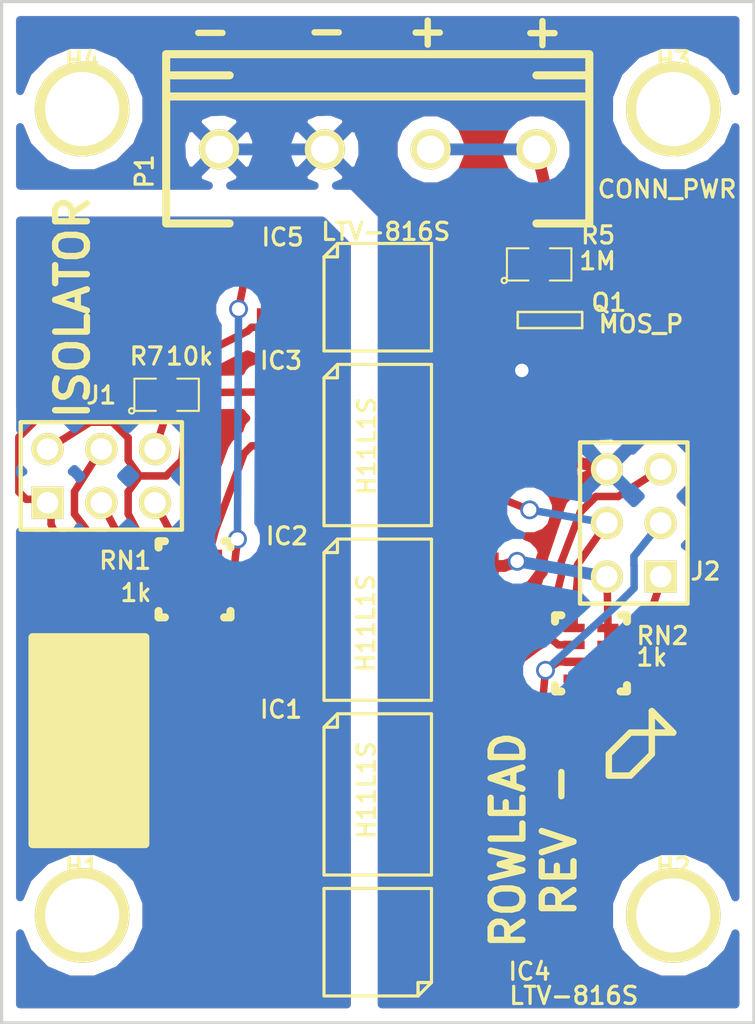
<source format=kicad_pcb>
(kicad_pcb (version 3) (host pcbnew "(2013-mar-13)-testing")

  (general
    (links 43)
    (no_connects 0)
    (area 146.578514 91.2862 184.225001 139.775001)
    (thickness 1.6)
    (drawings 21)
    (tracks 371)
    (zones 0)
    (modules 17)
    (nets 24)
  )

  (page A4)
  (layers
    (15 F.Cu signal)
    (0 B.Cu signal)
    (16 B.Adhes user)
    (17 F.Adhes user)
    (18 B.Paste user)
    (19 F.Paste user)
    (20 B.SilkS user)
    (21 F.SilkS user)
    (22 B.Mask user)
    (23 F.Mask user)
    (24 Dwgs.User user)
    (25 Cmts.User user)
    (26 Eco1.User user)
    (27 Eco2.User user)
    (28 Edge.Cuts user)
  )

  (setup
    (last_trace_width 0.3556)
    (trace_clearance 0.2794)
    (zone_clearance 0.6112)
    (zone_45_only no)
    (trace_min 0.254)
    (segment_width 0.3048)
    (edge_width 0.15)
    (via_size 0.889)
    (via_drill 0.635)
    (via_min_size 0.889)
    (via_min_drill 0.508)
    (uvia_size 0.508)
    (uvia_drill 0.127)
    (uvias_allowed no)
    (uvia_min_size 0.508)
    (uvia_min_drill 0.127)
    (pcb_text_width 0.3)
    (pcb_text_size 1.5 1.5)
    (mod_edge_width 0.15)
    (mod_text_size 0.8128 0.8128)
    (mod_text_width 0.15)
    (pad_size 1.524 1.524)
    (pad_drill 0.762)
    (pad_to_mask_clearance 0.2)
    (aux_axis_origin 0 0)
    (visible_elements FFFFFF7F)
    (pcbplotparams
      (layerselection 284196865)
      (usegerberextensions true)
      (excludeedgelayer true)
      (linewidth 0.100000)
      (plotframeref false)
      (viasonmask false)
      (mode 1)
      (useauxorigin false)
      (hpglpennumber 1)
      (hpglpenspeed 20)
      (hpglpendiameter 15)
      (hpglpenoverlay 2)
      (psnegative false)
      (psa4output false)
      (plotreference true)
      (plotvalue true)
      (plotothertext true)
      (plotinvisibletext false)
      (padsonsilk false)
      (subtractmaskfromsilk false)
      (outputformat 1)
      (mirror false)
      (drillshape 0)
      (scaleselection 1)
      (outputdirectory rowlead-50mmx50mm-grn-1_6mm-1oz-rev-))
  )

  (net 0 "")
  (net 1 +5V)
  (net 2 /B+)
  (net 3 GND)
  (net 4 N-000001)
  (net 5 N-0000010)
  (net 6 N-0000011)
  (net 7 N-0000012)
  (net 8 N-0000013)
  (net 9 N-0000014)
  (net 10 N-0000015)
  (net 11 N-0000016)
  (net 12 N-0000017)
  (net 13 N-0000018)
  (net 14 N-000002)
  (net 15 N-0000022)
  (net 16 N-0000023)
  (net 17 N-000003)
  (net 18 N-000004)
  (net 19 N-000005)
  (net 20 N-000006)
  (net 21 N-000007)
  (net 22 N-000008)
  (net 23 N-000009)

  (net_class Default "This is the default net class."
    (clearance 0.2794)
    (trace_width 0.3556)
    (via_dia 0.889)
    (via_drill 0.635)
    (uvia_dia 0.508)
    (uvia_drill 0.127)
    (add_net "")
    (add_net N-000001)
    (add_net N-0000010)
    (add_net N-0000011)
    (add_net N-0000012)
    (add_net N-0000013)
    (add_net N-0000014)
    (add_net N-0000015)
    (add_net N-0000016)
    (add_net N-0000017)
    (add_net N-0000018)
    (add_net N-000002)
    (add_net N-0000022)
    (add_net N-0000023)
    (add_net N-000003)
    (add_net N-000004)
    (add_net N-000005)
    (add_net N-000006)
    (add_net N-000007)
    (add_net N-000008)
    (add_net N-000009)
  )

  (net_class LG ""
    (clearance 0.30988)
    (trace_width 0.5588)
    (via_dia 0.889)
    (via_drill 0.635)
    (uvia_dia 0.508)
    (uvia_drill 0.127)
    (add_net +5V)
    (add_net /B+)
    (add_net GND)
  )

  (module PHOENIX1935187 (layer F.Cu) (tedit 53A360DF) (tstamp 53A35303)
    (at 166.37 98.425 180)
    (path /53A15D1E)
    (fp_text reference P1 (at 11.0236 -1.0414 270) (layer F.SilkS)
      (effects (font (size 0.8128 0.8128) (thickness 0.15)))
    )
    (fp_text value CONN_PWR (at -13.6779 -1.8796 360) (layer F.SilkS)
      (effects (font (size 0.8128 0.8128) (thickness 0.15)))
    )
    (fp_line (start -10 -3.5) (end -10 4.5) (layer F.SilkS) (width 0.381))
    (fp_line (start 10 -3.5) (end 10 4.5) (layer F.SilkS) (width 0.381))
    (fp_line (start 10 4.5) (end -10 4.5) (layer F.SilkS) (width 0.381))
    (fp_line (start -10 2.5) (end 10 2.5) (layer F.SilkS) (width 0.381))
    (fp_line (start 7 -3.5) (end 10 -3.5) (layer F.SilkS) (width 0.381))
    (fp_line (start 10 3.5) (end 7 3.5) (layer F.SilkS) (width 0.381))
    (fp_line (start -7.5 -3.5) (end -10 -3.5) (layer F.SilkS) (width 0.381))
    (fp_line (start -10 3.5) (end -7.5 3.5) (layer F.SilkS) (width 0.381))
    (pad 1 thru_hole circle (at -7.5 0 180) (size 1.9 1.9) (drill 1.3)
      (layers *.Cu *.Mask F.SilkS)
      (net 2 /B+)
    )
    (pad 2 thru_hole circle (at -2.5 0 180) (size 1.9 1.9) (drill 1.3)
      (layers *.Cu *.Mask F.SilkS)
      (net 2 /B+)
    )
    (pad 3 thru_hole circle (at 2.5 0 180) (size 1.9 1.9) (drill 1.3)
      (layers *.Cu *.Mask F.SilkS)
      (net 3 GND)
    )
    (pad 4 thru_hole circle (at 7.5 0 180) (size 1.9 1.9) (drill 1.3)
      (layers *.Cu *.Mask F.SilkS)
      (net 3 GND)
    )
  )

  (module SOT23GDS (layer F.Cu) (tedit 53BC65F8) (tstamp 53A3530E)
    (at 174.51 106.49 180)
    (descr "Module CMS SOT23 Transistore EBC")
    (tags "CMS SOT")
    (path /53A15D05)
    (attr smd)
    (fp_text reference Q1 (at -2.782 0.826 180) (layer F.SilkS)
      (effects (font (size 0.8128 0.8128) (thickness 0.15)))
    )
    (fp_text value MOS_P (at -4.306 -0.19 360) (layer F.SilkS)
      (effects (font (size 0.8128 0.8128) (thickness 0.15)))
    )
    (fp_line (start -1.524 -0.381) (end 1.524 -0.381) (layer F.SilkS) (width 0.11938))
    (fp_line (start 1.524 -0.381) (end 1.524 0.381) (layer F.SilkS) (width 0.11938))
    (fp_line (start 1.524 0.381) (end -1.524 0.381) (layer F.SilkS) (width 0.11938))
    (fp_line (start -1.524 0.381) (end -1.524 -0.381) (layer F.SilkS) (width 0.11938))
    (pad S smd rect (at -0.889 -1.016 180) (size 0.9144 0.9144)
      (layers F.Cu F.Paste F.Mask)
      (net 1 +5V)
    )
    (pad G smd rect (at 0.889 -1.016 180) (size 0.9144 0.9144)
      (layers F.Cu F.Paste F.Mask)
      (net 15 N-0000022)
    )
    (pad D smd rect (at 0 1.016 180) (size 0.9144 0.9144)
      (layers F.Cu F.Paste F.Mask)
      (net 2 /B+)
    )
    (model smd/cms_sot23.wrl
      (at (xyz 0 0 0))
      (scale (xyz 0.13 0.15 0.15))
      (rotate (xyz 0 0 0))
    )
  )

  (module SM0805 (layer F.Cu) (tedit 53A36118) (tstamp 53A3534F)
    (at 174 103.86)
    (path /53A15DCA)
    (attr smd)
    (fp_text reference R5 (at 2.7862 -1.378) (layer F.SilkS)
      (effects (font (size 0.8128 0.8128) (thickness 0.15)))
    )
    (fp_text value 1M (at 2.7608 -0.1588) (layer F.SilkS)
      (effects (font (size 0.8128 0.8128) (thickness 0.15)))
    )
    (fp_circle (center -1.651 0.762) (end -1.651 0.635) (layer F.SilkS) (width 0.09906))
    (fp_line (start -0.508 0.762) (end -1.524 0.762) (layer F.SilkS) (width 0.09906))
    (fp_line (start -1.524 0.762) (end -1.524 -0.762) (layer F.SilkS) (width 0.09906))
    (fp_line (start -1.524 -0.762) (end -0.508 -0.762) (layer F.SilkS) (width 0.09906))
    (fp_line (start 0.508 -0.762) (end 1.524 -0.762) (layer F.SilkS) (width 0.09906))
    (fp_line (start 1.524 -0.762) (end 1.524 0.762) (layer F.SilkS) (width 0.09906))
    (fp_line (start 1.524 0.762) (end 0.508 0.762) (layer F.SilkS) (width 0.09906))
    (pad 1 smd rect (at -0.9525 0) (size 0.889 1.397)
      (layers F.Cu F.Paste F.Mask)
      (net 15 N-0000022)
    )
    (pad 2 smd rect (at 0.9525 0) (size 0.889 1.397)
      (layers F.Cu F.Paste F.Mask)
      (net 2 /B+)
    )
    (model smd/chip_cms.wrl
      (at (xyz 0 0 0))
      (scale (xyz 0.1 0.1 0.1))
      (rotate (xyz 0 0 0))
    )
  )

  (module SMD-6 (layer F.Cu) (tedit 53A360A0) (tstamp 53A35555)
    (at 166.37 128.905)
    (path /53A16001)
    (fp_text reference IC1 (at -4.572 -4.0132) (layer F.SilkS)
      (effects (font (size 0.8128 0.8128) (thickness 0.15)))
    )
    (fp_text value H11L1S (at -0.5334 -0.2032 90) (layer F.SilkS)
      (effects (font (size 0.8128 0.8128) (thickness 0.15)))
    )
    (fp_line (start -2.54 -3.175) (end -1.905 -3.175) (layer F.SilkS) (width 0.15))
    (fp_line (start -1.905 -3.175) (end -1.905 -3.81) (layer F.SilkS) (width 0.15))
    (fp_line (start -2.54 3.81) (end -2.54 -3.175) (layer F.SilkS) (width 0.15))
    (fp_line (start -2.54 -3.175) (end -1.905 -3.81) (layer F.SilkS) (width 0.15))
    (fp_line (start -1.905 -3.81) (end 2.54 -3.81) (layer F.SilkS) (width 0.15))
    (fp_line (start 2.54 -3.81) (end 2.54 3.81) (layer F.SilkS) (width 0.15))
    (fp_line (start 2.54 3.81) (end -2.54 3.81) (layer F.SilkS) (width 0.15))
    (pad 1 smd rect (at -4.445 -2.54) (size 2.54 1.27)
      (layers F.Cu F.Paste F.Mask)
      (net 23 N-000009)
    )
    (pad 2 smd rect (at -4.445 0) (size 2.54 1.27)
      (layers F.Cu F.Paste F.Mask)
      (net 5 N-0000010)
    )
    (pad 3 smd rect (at -4.445 2.54) (size 2.54 1.27)
      (layers F.Cu F.Paste F.Mask)
    )
    (pad 4 smd rect (at 4.445 2.54) (size 2.54 1.27)
      (layers F.Cu F.Paste F.Mask)
      (net 22 N-000008)
    )
    (pad 5 smd rect (at 4.445 0) (size 2.54 1.27)
      (layers F.Cu F.Paste F.Mask)
      (net 3 GND)
    )
    (pad 6 smd rect (at 4.445 -2.54) (size 2.54 1.27)
      (layers F.Cu F.Paste F.Mask)
      (net 1 +5V)
    )
  )

  (module SMD-6 (layer F.Cu) (tedit 53A360BC) (tstamp 53A35566)
    (at 166.37 120.65)
    (path /53A162F3)
    (fp_text reference IC2 (at -4.2926 -3.9497) (layer F.SilkS)
      (effects (font (size 0.8128 0.8128) (thickness 0.15)))
    )
    (fp_text value H11L1S (at -0.5588 0.1651 90) (layer F.SilkS)
      (effects (font (size 0.8128 0.8128) (thickness 0.15)))
    )
    (fp_line (start -2.54 -3.175) (end -1.905 -3.175) (layer F.SilkS) (width 0.15))
    (fp_line (start -1.905 -3.175) (end -1.905 -3.81) (layer F.SilkS) (width 0.15))
    (fp_line (start -2.54 3.81) (end -2.54 -3.175) (layer F.SilkS) (width 0.15))
    (fp_line (start -2.54 -3.175) (end -1.905 -3.81) (layer F.SilkS) (width 0.15))
    (fp_line (start -1.905 -3.81) (end 2.54 -3.81) (layer F.SilkS) (width 0.15))
    (fp_line (start 2.54 -3.81) (end 2.54 3.81) (layer F.SilkS) (width 0.15))
    (fp_line (start 2.54 3.81) (end -2.54 3.81) (layer F.SilkS) (width 0.15))
    (pad 1 smd rect (at -4.445 -2.54) (size 2.54 1.27)
      (layers F.Cu F.Paste F.Mask)
      (net 23 N-000009)
    )
    (pad 2 smd rect (at -4.445 0) (size 2.54 1.27)
      (layers F.Cu F.Paste F.Mask)
      (net 6 N-0000011)
    )
    (pad 3 smd rect (at -4.445 2.54) (size 2.54 1.27)
      (layers F.Cu F.Paste F.Mask)
    )
    (pad 4 smd rect (at 4.445 2.54) (size 2.54 1.27)
      (layers F.Cu F.Paste F.Mask)
      (net 4 N-000001)
    )
    (pad 5 smd rect (at 4.445 0) (size 2.54 1.27)
      (layers F.Cu F.Paste F.Mask)
      (net 3 GND)
    )
    (pad 6 smd rect (at 4.445 -2.54) (size 2.54 1.27)
      (layers F.Cu F.Paste F.Mask)
      (net 1 +5V)
    )
  )

  (module SMD-6 (layer F.Cu) (tedit 53A360C5) (tstamp 53A35577)
    (at 166.37 112.395)
    (path /53A162F9)
    (fp_text reference IC3 (at -4.572 -3.9878) (layer F.SilkS)
      (effects (font (size 0.8128 0.8128) (thickness 0.15)))
    )
    (fp_text value H11L1S (at -0.508 0.0508 90) (layer F.SilkS)
      (effects (font (size 0.8128 0.8128) (thickness 0.15)))
    )
    (fp_line (start -2.54 -3.175) (end -1.905 -3.175) (layer F.SilkS) (width 0.15))
    (fp_line (start -1.905 -3.175) (end -1.905 -3.81) (layer F.SilkS) (width 0.15))
    (fp_line (start -2.54 3.81) (end -2.54 -3.175) (layer F.SilkS) (width 0.15))
    (fp_line (start -2.54 -3.175) (end -1.905 -3.81) (layer F.SilkS) (width 0.15))
    (fp_line (start -1.905 -3.81) (end 2.54 -3.81) (layer F.SilkS) (width 0.15))
    (fp_line (start 2.54 -3.81) (end 2.54 3.81) (layer F.SilkS) (width 0.15))
    (fp_line (start 2.54 3.81) (end -2.54 3.81) (layer F.SilkS) (width 0.15))
    (pad 1 smd rect (at -4.445 -2.54) (size 2.54 1.27)
      (layers F.Cu F.Paste F.Mask)
      (net 23 N-000009)
    )
    (pad 2 smd rect (at -4.445 0) (size 2.54 1.27)
      (layers F.Cu F.Paste F.Mask)
      (net 19 N-000005)
    )
    (pad 3 smd rect (at -4.445 2.54) (size 2.54 1.27)
      (layers F.Cu F.Paste F.Mask)
    )
    (pad 4 smd rect (at 4.445 2.54) (size 2.54 1.27)
      (layers F.Cu F.Paste F.Mask)
      (net 20 N-000006)
    )
    (pad 5 smd rect (at 4.445 0) (size 2.54 1.27)
      (layers F.Cu F.Paste F.Mask)
      (net 3 GND)
    )
    (pad 6 smd rect (at 4.445 -2.54) (size 2.54 1.27)
      (layers F.Cu F.Paste F.Mask)
      (net 1 +5V)
    )
  )

  (module 4-SMD (layer F.Cu) (tedit 53A3612E) (tstamp 53A3572D)
    (at 166.37 135.89 180)
    (path /53A15E9F)
    (fp_text reference IC4 (at -7.1755 -1.3843 360) (layer F.SilkS)
      (effects (font (size 0.8128 0.8128) (thickness 0.15)))
    )
    (fp_text value LTV-816S (at -9.271 -2.5273 360) (layer F.SilkS)
      (effects (font (size 0.8128 0.8128) (thickness 0.15)))
    )
    (fp_line (start -1.905 -1.905) (end -1.905 -2.54) (layer F.SilkS) (width 0.15))
    (fp_line (start -1.905 -2.54) (end -1.905 -1.905) (layer F.SilkS) (width 0.15))
    (fp_line (start -1.905 -1.905) (end -2.54 -1.905) (layer F.SilkS) (width 0.15))
    (fp_line (start -2.54 -1.905) (end -1.905 -1.905) (layer F.SilkS) (width 0.15))
    (fp_line (start -2.54 -1.905) (end -1.905 -2.54) (layer F.SilkS) (width 0.15))
    (fp_line (start -1.905 -2.54) (end 2.54 -2.54) (layer F.SilkS) (width 0.15))
    (fp_line (start 2.54 -2.54) (end 2.54 2.54) (layer F.SilkS) (width 0.15))
    (fp_line (start 2.54 2.54) (end -2.54 2.54) (layer F.SilkS) (width 0.15))
    (fp_line (start -2.54 2.54) (end -2.54 -1.905) (layer F.SilkS) (width 0.15))
    (pad 1 smd rect (at -4.445 -1.27 180) (size 2.54 1.5)
      (layers F.Cu F.Paste F.Mask)
      (net 1 +5V)
    )
    (pad 2 smd rect (at -4.445 1.27 180) (size 2.54 1.5)
      (layers F.Cu F.Paste F.Mask)
      (net 21 N-000007)
    )
    (pad 3 smd rect (at 4.445 1.27 180) (size 2.54 1.5)
      (layers F.Cu F.Paste F.Mask)
      (net 12 N-0000017)
    )
    (pad 4 smd rect (at 4.445 -1.27 180) (size 2.54 1.5)
      (layers F.Cu F.Paste F.Mask)
      (net 16 N-0000023)
    )
  )

  (module 4-SMD (layer F.Cu) (tedit 53A360DA) (tstamp 53A3573E)
    (at 166.37 105.41)
    (path /53A15C6B)
    (fp_text reference IC5 (at -4.4958 -2.8321) (layer F.SilkS)
      (effects (font (size 0.8128 0.8128) (thickness 0.15)))
    )
    (fp_text value LTV-816S (at 0.381 -3.0988) (layer F.SilkS)
      (effects (font (size 0.8128 0.8128) (thickness 0.15)))
    )
    (fp_line (start -1.905 -1.905) (end -1.905 -2.54) (layer F.SilkS) (width 0.15))
    (fp_line (start -1.905 -2.54) (end -1.905 -1.905) (layer F.SilkS) (width 0.15))
    (fp_line (start -1.905 -1.905) (end -2.54 -1.905) (layer F.SilkS) (width 0.15))
    (fp_line (start -2.54 -1.905) (end -1.905 -1.905) (layer F.SilkS) (width 0.15))
    (fp_line (start -2.54 -1.905) (end -1.905 -2.54) (layer F.SilkS) (width 0.15))
    (fp_line (start -1.905 -2.54) (end 2.54 -2.54) (layer F.SilkS) (width 0.15))
    (fp_line (start 2.54 -2.54) (end 2.54 2.54) (layer F.SilkS) (width 0.15))
    (fp_line (start 2.54 2.54) (end -2.54 2.54) (layer F.SilkS) (width 0.15))
    (fp_line (start -2.54 2.54) (end -2.54 -1.905) (layer F.SilkS) (width 0.15))
    (pad 1 smd rect (at -4.445 -1.27) (size 2.54 1.5)
      (layers F.Cu F.Paste F.Mask)
      (net 7 N-0000012)
    )
    (pad 2 smd rect (at -4.445 1.27) (size 2.54 1.5)
      (layers F.Cu F.Paste F.Mask)
      (net 12 N-0000017)
    )
    (pad 3 smd rect (at 4.445 1.27) (size 2.54 1.5)
      (layers F.Cu F.Paste F.Mask)
      (net 3 GND)
    )
    (pad 4 smd rect (at 4.445 -1.27) (size 2.54 1.5)
      (layers F.Cu F.Paste F.Mask)
      (net 15 N-0000022)
    )
  )

  (module 632HOLE (layer F.Cu) (tedit 534E01ED) (tstamp 53A3584B)
    (at 152.4 134.62)
    (descr Hole)
    (tags "DEV 6-32 HOLE")
    (path /53A16915)
    (fp_text reference H1 (at 0 -2.30124) (layer F.SilkS)
      (effects (font (size 0.8128 0.8128) (thickness 0.15)))
    )
    (fp_text value CONN_1 (at 0 2.794) (layer F.SilkS) hide
      (effects (font (size 0.8128 0.8128) (thickness 0.15)))
    )
    (fp_circle (center 0 0) (end 1.69926 -0.09906) (layer F.SilkS) (width 0.381))
    (pad 1 thru_hole circle (at 0 0) (size 4.4704 4.4704) (drill 3.5052)
      (layers *.Cu *.Mask F.SilkS)
      (net 11 N-0000016)
    )
  )

  (module 632HOLE (layer F.Cu) (tedit 534E01ED) (tstamp 53A35851)
    (at 180.34 134.62)
    (descr Hole)
    (tags "DEV 6-32 HOLE")
    (path /53A1690F)
    (fp_text reference H2 (at 0 -2.30124) (layer F.SilkS)
      (effects (font (size 0.8128 0.8128) (thickness 0.15)))
    )
    (fp_text value CONN_1 (at 0 2.794) (layer F.SilkS) hide
      (effects (font (size 0.8128 0.8128) (thickness 0.15)))
    )
    (fp_circle (center 0 0) (end 1.69926 -0.09906) (layer F.SilkS) (width 0.381))
    (pad 1 thru_hole circle (at 0 0) (size 4.4704 4.4704) (drill 3.5052)
      (layers *.Cu *.Mask F.SilkS)
      (net 10 N-0000015)
    )
  )

  (module 632HOLE (layer F.Cu) (tedit 534E01ED) (tstamp 53A35857)
    (at 180.34 96.52)
    (descr Hole)
    (tags "DEV 6-32 HOLE")
    (path /53A16909)
    (fp_text reference H3 (at 0 -2.30124) (layer F.SilkS)
      (effects (font (size 0.8128 0.8128) (thickness 0.15)))
    )
    (fp_text value CONN_1 (at 0 2.794) (layer F.SilkS) hide
      (effects (font (size 0.8128 0.8128) (thickness 0.15)))
    )
    (fp_circle (center 0 0) (end 1.69926 -0.09906) (layer F.SilkS) (width 0.381))
    (pad 1 thru_hole circle (at 0 0) (size 4.4704 4.4704) (drill 3.5052)
      (layers *.Cu *.Mask F.SilkS)
      (net 9 N-0000014)
    )
  )

  (module 632HOLE (layer F.Cu) (tedit 534E01ED) (tstamp 53A3585D)
    (at 152.4 96.52)
    (descr Hole)
    (tags "DEV 6-32 HOLE")
    (path /53A168F0)
    (fp_text reference H4 (at 0 -2.30124) (layer F.SilkS)
      (effects (font (size 0.8128 0.8128) (thickness 0.15)))
    )
    (fp_text value CONN_1 (at 0 2.794) (layer F.SilkS) hide
      (effects (font (size 0.8128 0.8128) (thickness 0.15)))
    )
    (fp_circle (center 0 0) (end 1.69926 -0.09906) (layer F.SilkS) (width 0.381))
    (pad 1 thru_hole circle (at 0 0) (size 4.4704 4.4704) (drill 3.5052)
      (layers *.Cu *.Mask F.SilkS)
      (net 8 N-0000013)
    )
  )

  (module SM0805 (layer F.Cu) (tedit 53BC65EE) (tstamp 53A9C298)
    (at 156.39 110.02)
    (path /53A9BE66)
    (attr smd)
    (fp_text reference R7 (at -0.942 -1.816) (layer F.SilkS)
      (effects (font (size 0.8128 0.8128) (thickness 0.15)))
    )
    (fp_text value 10k (at 1.09 -1.816) (layer F.SilkS)
      (effects (font (size 0.8128 0.8128) (thickness 0.15)))
    )
    (fp_circle (center -1.651 0.762) (end -1.651 0.635) (layer F.SilkS) (width 0.09906))
    (fp_line (start -0.508 0.762) (end -1.524 0.762) (layer F.SilkS) (width 0.09906))
    (fp_line (start -1.524 0.762) (end -1.524 -0.762) (layer F.SilkS) (width 0.09906))
    (fp_line (start -1.524 -0.762) (end -0.508 -0.762) (layer F.SilkS) (width 0.09906))
    (fp_line (start 0.508 -0.762) (end 1.524 -0.762) (layer F.SilkS) (width 0.09906))
    (fp_line (start 1.524 -0.762) (end 1.524 0.762) (layer F.SilkS) (width 0.09906))
    (fp_line (start 1.524 0.762) (end 0.508 0.762) (layer F.SilkS) (width 0.09906))
    (pad 1 smd rect (at -0.9525 0) (size 0.889 1.397)
      (layers F.Cu F.Paste F.Mask)
      (net 16 N-0000023)
    )
    (pad 2 smd rect (at 0.9525 0) (size 0.889 1.397)
      (layers F.Cu F.Paste F.Mask)
      (net 23 N-000009)
    )
    (model smd/chip_cms.wrl
      (at (xyz 0 0 0))
      (scale (xyz 0.1 0.1 0.1))
      (rotate (xyz 0 0 0))
    )
  )

  (module pin_array_3x2 (layer F.Cu) (tedit 42931587) (tstamp 53BC6453)
    (at 153.3041 113.8547)
    (descr "Double rangee de contacts 2 x 4 pins")
    (tags CONN)
    (path /53A15C95)
    (fp_text reference J1 (at 0 -3.81) (layer F.SilkS)
      (effects (font (size 0.8128 0.8128) (thickness 0.15)))
    )
    (fp_text value MASTER (at 0 3.81) (layer F.SilkS) hide
      (effects (font (size 0.8128 0.8128) (thickness 0.15)))
    )
    (fp_line (start 3.81 2.54) (end -3.81 2.54) (layer F.SilkS) (width 0.2032))
    (fp_line (start -3.81 -2.54) (end 3.81 -2.54) (layer F.SilkS) (width 0.2032))
    (fp_line (start 3.81 -2.54) (end 3.81 2.54) (layer F.SilkS) (width 0.2032))
    (fp_line (start -3.81 2.54) (end -3.81 -2.54) (layer F.SilkS) (width 0.2032))
    (pad 1 thru_hole rect (at -2.54 1.27) (size 1.524 1.524) (drill 1.016)
      (layers *.Cu *.Mask F.SilkS)
      (net 16 N-0000023)
    )
    (pad 2 thru_hole circle (at -2.54 -1.27) (size 1.524 1.524) (drill 1.016)
      (layers *.Cu *.Mask F.SilkS)
      (net 23 N-000009)
    )
    (pad 3 thru_hole circle (at 0 1.27) (size 1.524 1.524) (drill 1.016)
      (layers *.Cu *.Mask F.SilkS)
      (net 14 N-000002)
    )
    (pad 4 thru_hole circle (at 0 -1.27) (size 1.524 1.524) (drill 1.016)
      (layers *.Cu *.Mask F.SilkS)
      (net 18 N-000004)
    )
    (pad 5 thru_hole circle (at 2.54 1.27) (size 1.524 1.524) (drill 1.016)
      (layers *.Cu *.Mask F.SilkS)
      (net 17 N-000003)
    )
    (pad 6 thru_hole circle (at 2.54 -1.27) (size 1.524 1.524) (drill 1.016)
      (layers *.Cu *.Mask F.SilkS)
      (net 12 N-0000017)
    )
    (model pin_array/pins_array_3x2.wrl
      (at (xyz 0 0 0))
      (scale (xyz 1 1 1))
      (rotate (xyz 0 0 0))
    )
  )

  (module pin_array_3x2 (layer F.Cu) (tedit 53BC661E) (tstamp 53BC6460)
    (at 178.4722 116.0797 90)
    (descr "Double rangee de contacts 2 x 4 pins")
    (tags CONN)
    (path /53A15CB0)
    (fp_text reference J2 (at -2.2843 3.3918 360) (layer F.SilkS)
      (effects (font (size 0.8128 0.8128) (thickness 0.15)))
    )
    (fp_text value SLAVE (at 0 3.81 90) (layer F.SilkS) hide
      (effects (font (size 0.8128 0.8128) (thickness 0.15)))
    )
    (fp_line (start 3.81 2.54) (end -3.81 2.54) (layer F.SilkS) (width 0.2032))
    (fp_line (start -3.81 -2.54) (end 3.81 -2.54) (layer F.SilkS) (width 0.2032))
    (fp_line (start 3.81 -2.54) (end 3.81 2.54) (layer F.SilkS) (width 0.2032))
    (fp_line (start -3.81 2.54) (end -3.81 -2.54) (layer F.SilkS) (width 0.2032))
    (pad 1 thru_hole rect (at -2.54 1.27 90) (size 1.524 1.524) (drill 1.016)
      (layers *.Cu *.Mask F.SilkS)
      (net 13 N-0000018)
    )
    (pad 2 thru_hole circle (at -2.54 -1.27 90) (size 1.524 1.524) (drill 1.016)
      (layers *.Cu *.Mask F.SilkS)
      (net 1 +5V)
    )
    (pad 3 thru_hole circle (at 0 1.27 90) (size 1.524 1.524) (drill 1.016)
      (layers *.Cu *.Mask F.SilkS)
      (net 22 N-000008)
    )
    (pad 4 thru_hole circle (at 0 -1.27 90) (size 1.524 1.524) (drill 1.016)
      (layers *.Cu *.Mask F.SilkS)
      (net 20 N-000006)
    )
    (pad 5 thru_hole circle (at 2.54 1.27 90) (size 1.524 1.524) (drill 1.016)
      (layers *.Cu *.Mask F.SilkS)
      (net 4 N-000001)
    )
    (pad 6 thru_hole circle (at 2.54 -1.27 90) (size 1.524 1.524) (drill 1.016)
      (layers *.Cu *.Mask F.SilkS)
      (net 3 GND)
    )
    (model pin_array/pins_array_3x2.wrl
      (at (xyz 0 0 0))
      (scale (xyz 1 1 1))
      (rotate (xyz 0 0 0))
    )
  )

  (module 1206NETWORK (layer F.Cu) (tedit 53BC660F) (tstamp 53BC6480)
    (at 157.71 118.74 270)
    (tags 1206NETWORK)
    (path /53BC5F25)
    (fp_text reference RN1 (at -0.884 3.278 360) (layer F.SilkS)
      (effects (font (size 0.8128 0.8128) (thickness 0.15)))
    )
    (fp_text value 1k (at 0.64 2.77 360) (layer F.SilkS)
      (effects (font (size 0.8128 0.8128) (thickness 0.15)))
    )
    (fp_line (start 1.8 1.4) (end 1.8 1.7) (layer F.SilkS) (width 0.381))
    (fp_line (start 1.8 1.7) (end 1.5 1.7) (layer F.SilkS) (width 0.381))
    (fp_line (start -1.8 -1.4) (end -1.8 -1.7) (layer F.SilkS) (width 0.381))
    (fp_line (start -1.8 -1.7) (end -1.5 -1.7) (layer F.SilkS) (width 0.381))
    (fp_line (start 1.5 -1.7) (end 1.8 -1.7) (layer F.SilkS) (width 0.381))
    (fp_line (start 1.8 -1.7) (end 1.8 -1.4) (layer F.SilkS) (width 0.381))
    (fp_line (start -1.8 1.4) (end -1.8 1.7) (layer F.SilkS) (width 0.381))
    (fp_line (start -1.8 1.7) (end -1.5 1.7) (layer F.SilkS) (width 0.381))
    (pad 1 smd rect (at -1.2 0.8 270) (size 0.4 1)
      (layers F.Cu F.Paste F.Mask)
      (net 17 N-000003)
    )
    (pad 2 smd rect (at -0.4 0.8 270) (size 0.4 1)
      (layers F.Cu F.Paste F.Mask)
      (net 23 N-000009)
    )
    (pad 3 smd rect (at 0.4 0.8 270) (size 0.4 1)
      (layers F.Cu F.Paste F.Mask)
      (net 14 N-000002)
    )
    (pad 4 smd rect (at 1.2 0.8 270) (size 0.4 1)
      (layers F.Cu F.Paste F.Mask)
      (net 18 N-000004)
    )
    (pad 5 smd rect (at 1.2 -0.8 270) (size 0.4 1)
      (layers F.Cu F.Paste F.Mask)
      (net 5 N-0000010)
    )
    (pad 6 smd rect (at 0.4 -0.8 270) (size 0.4 1)
      (layers F.Cu F.Paste F.Mask)
      (net 6 N-0000011)
    )
    (pad 7 smd rect (at -0.4 -0.8 270) (size 0.4 1)
      (layers F.Cu F.Paste F.Mask)
      (net 7 N-0000012)
    )
    (pad 8 smd rect (at -1.2 -0.8 270) (size 0.4 1)
      (layers F.Cu F.Paste F.Mask)
      (net 19 N-000005)
    )
  )

  (module 1206NETWORK (layer F.Cu) (tedit 53BC6603) (tstamp 53BC6494)
    (at 176.45 122.24 270)
    (tags 1206NETWORK)
    (path /53BC662E)
    (fp_text reference RN2 (at -0.828 -3.382 360) (layer F.SilkS)
      (effects (font (size 0.8128 0.8128) (thickness 0.15)))
    )
    (fp_text value 1k (at 0.188 -2.874 360) (layer F.SilkS)
      (effects (font (size 0.8128 0.8128) (thickness 0.15)))
    )
    (fp_line (start 1.8 1.4) (end 1.8 1.7) (layer F.SilkS) (width 0.381))
    (fp_line (start 1.8 1.7) (end 1.5 1.7) (layer F.SilkS) (width 0.381))
    (fp_line (start -1.8 -1.4) (end -1.8 -1.7) (layer F.SilkS) (width 0.381))
    (fp_line (start -1.8 -1.7) (end -1.5 -1.7) (layer F.SilkS) (width 0.381))
    (fp_line (start 1.5 -1.7) (end 1.8 -1.7) (layer F.SilkS) (width 0.381))
    (fp_line (start 1.8 -1.7) (end 1.8 -1.4) (layer F.SilkS) (width 0.381))
    (fp_line (start -1.8 1.4) (end -1.8 1.7) (layer F.SilkS) (width 0.381))
    (fp_line (start -1.8 1.7) (end -1.5 1.7) (layer F.SilkS) (width 0.381))
    (pad 1 smd rect (at -1.2 0.8 270) (size 0.4 1)
      (layers F.Cu F.Paste F.Mask)
      (net 20 N-000006)
    )
    (pad 2 smd rect (at -0.4 0.8 270) (size 0.4 1)
      (layers F.Cu F.Paste F.Mask)
      (net 4 N-000001)
    )
    (pad 3 smd rect (at 0.4 0.8 270) (size 0.4 1)
      (layers F.Cu F.Paste F.Mask)
      (net 22 N-000008)
    )
    (pad 4 smd rect (at 1.2 0.8 270) (size 0.4 1)
      (layers F.Cu F.Paste F.Mask)
      (net 21 N-000007)
    )
    (pad 5 smd rect (at 1.2 -0.8 270) (size 0.4 1)
      (layers F.Cu F.Paste F.Mask)
      (net 13 N-0000018)
    )
    (pad 6 smd rect (at 0.4 -0.8 270) (size 0.4 1)
      (layers F.Cu F.Paste F.Mask)
      (net 1 +5V)
    )
    (pad 7 smd rect (at -0.4 -0.8 270) (size 0.4 1)
      (layers F.Cu F.Paste F.Mask)
      (net 1 +5V)
    )
    (pad 8 smd rect (at -1.2 -0.8 270) (size 0.4 1)
      (layers F.Cu F.Paste F.Mask)
      (net 1 +5V)
    )
  )

  (gr_text "ROWLEAD\nREV -" (at 173.736 131.064 90) (layer F.SilkS)
    (effects (font (size 1.5 1.5) (thickness 0.3)))
  )
  (gr_line (start 180.34 125.984) (end 179.324 125.984) (angle 90) (layer F.SilkS) (width 0.3048))
  (gr_line (start 179.324 124.968) (end 180.34 125.984) (angle 90) (layer F.SilkS) (width 0.3048))
  (gr_line (start 179.324 125.984) (end 179.324 124.968) (angle 90) (layer F.SilkS) (width 0.3048))
  (gr_line (start 178.308 128.016) (end 177.292 128.016) (angle 90) (layer F.SilkS) (width 0.3048))
  (gr_line (start 179.324 127) (end 178.308 128.016) (angle 90) (layer F.SilkS) (width 0.3048))
  (gr_line (start 179.324 125.984) (end 179.324 127) (angle 90) (layer F.SilkS) (width 0.3048))
  (gr_line (start 178.308 125.984) (end 179.324 125.984) (angle 90) (layer F.SilkS) (width 0.3048))
  (gr_line (start 177.292 127) (end 178.308 125.984) (angle 90) (layer F.SilkS) (width 0.3048))
  (gr_line (start 177.292 128.016) (end 177.292 127) (angle 90) (layer F.SilkS) (width 0.3048))
  (gr_text ISOLATOR (at 151.9428 105.8926 90) (layer F.SilkS)
    (effects (font (size 1.5 1.5) (thickness 0.3)))
  )
  (gr_text - (at 158.4579 92.8116) (layer F.SilkS)
    (effects (font (size 1.5 1.5) (thickness 0.3)) (justify mirror))
  )
  (gr_text - (at 163.957 92.7862) (layer F.SilkS)
    (effects (font (size 1.5 1.5) (thickness 0.3)) (justify mirror))
  )
  (gr_text + (at 168.7322 92.7989) (layer F.SilkS)
    (effects (font (size 1.5 1.5) (thickness 0.3)) (justify mirror))
  )
  (gr_text + (at 174.1551 92.8243) (layer F.SilkS)
    (effects (font (size 1.5 1.5) (thickness 0.3)) (justify mirror))
  )
  (gr_line (start 184.15 139.7) (end 184.15 138.43) (angle 90) (layer Edge.Cuts) (width 0.15))
  (gr_line (start 148.59 139.7) (end 184.15 139.7) (angle 90) (layer Edge.Cuts) (width 0.15))
  (gr_line (start 148.59 138.43) (end 148.59 139.7) (angle 90) (layer Edge.Cuts) (width 0.15))
  (gr_line (start 184.15 138.43) (end 184.15 91.44) (angle 90) (layer Edge.Cuts) (width 0.15))
  (gr_line (start 148.59 91.44) (end 148.59 138.43) (angle 90) (layer Edge.Cuts) (width 0.15))
  (gr_line (start 184.15 91.44) (end 148.59 91.44) (angle 90) (layer Edge.Cuts) (width 0.15))

  (via (at 172.96 117.89) (size 0.889) (layers F.Cu B.Cu) (net 1))
  (segment (start 172.96 117.89) (end 177.2022 118.6197) (width 0.5588) (layer B.Cu) (net 1))
  (segment (start 171.8056 109.855) (end 170.815 109.855) (width 0.5588) (layer F.Cu) (net 1))
  (segment (start 172.085 109.855) (end 171.8056 109.855) (width 0.5588) (layer F.Cu) (net 1))
  (segment (start 172.348 109.855) (end 172.085 109.855) (width 0.5588) (layer F.Cu) (net 1))
  (segment (start 172.6904 110.0521) (end 172.348 109.855) (width 0.5588) (layer F.Cu) (net 1))
  (segment (start 173.6696 110.0521) (end 172.6904 110.0521) (width 0.5588) (layer F.Cu) (net 1))
  (segment (start 174.3621 109.3596) (end 173.6696 110.0521) (width 0.5588) (layer F.Cu) (net 1))
  (segment (start 175.399 108.1526) (end 174.3621 109.3596) (width 0.5588) (layer F.Cu) (net 1))
  (segment (start 175.399 107.9632) (end 175.399 108.1526) (width 0.5588) (layer F.Cu) (net 1))
  (segment (start 175.399 107.6838) (end 175.399 107.9632) (width 0.5588) (layer F.Cu) (net 1))
  (segment (start 175.399 107.506) (end 175.399 107.6838) (width 0.5588) (layer F.Cu) (net 1))
  (segment (start 169.2488 116.76) (end 169.31 116.76) (width 0.5588) (layer F.Cu) (net 1))
  (segment (start 168.83 117.1788) (end 169.2488 116.76) (width 0.5588) (layer F.Cu) (net 1))
  (segment (start 167.7768 120.662) (end 168.83 117.1788) (width 0.5588) (layer F.Cu) (net 1))
  (segment (start 167.7768 123.202) (end 167.7768 120.662) (width 0.5588) (layer F.Cu) (net 1))
  (segment (start 167.7768 124.448) (end 167.7768 123.202) (width 0.5588) (layer F.Cu) (net 1))
  (segment (start 167.8542 124.6348) (end 167.7768 124.448) (width 0.5588) (layer F.Cu) (net 1))
  (segment (start 168.91 125.993) (end 167.8542 124.6348) (width 0.5588) (layer F.Cu) (net 1))
  (segment (start 169.282 126.365) (end 168.91 125.993) (width 0.5588) (layer F.Cu) (net 1))
  (segment (start 169.545 126.365) (end 169.282 126.365) (width 0.5588) (layer F.Cu) (net 1))
  (segment (start 169.8244 126.365) (end 169.545 126.365) (width 0.5588) (layer F.Cu) (net 1))
  (segment (start 170.815 126.365) (end 169.8244 126.365) (width 0.5588) (layer F.Cu) (net 1))
  (segment (start 172.348 118.11) (end 172.96 117.89) (width 0.5588) (layer F.Cu) (net 1))
  (segment (start 172.085 118.11) (end 172.348 118.11) (width 0.5588) (layer F.Cu) (net 1))
  (segment (start 171.8056 118.11) (end 172.085 118.11) (width 0.5588) (layer F.Cu) (net 1))
  (segment (start 170.815 118.11) (end 171.8056 118.11) (width 0.5588) (layer F.Cu) (net 1))
  (segment (start 169.8412 116.76) (end 169.31 116.76) (width 0.5588) (layer F.Cu) (net 1))
  (segment (start 170.26 117.1788) (end 169.8412 116.76) (width 0.5588) (layer F.Cu) (net 1))
  (segment (start 170.2894 117.475) (end 170.26 117.1788) (width 0.5588) (layer F.Cu) (net 1))
  (segment (start 170.2894 117.7544) (end 170.2894 117.475) (width 0.5588) (layer F.Cu) (net 1))
  (segment (start 170.815 118.11) (end 170.2894 117.7544) (width 0.5588) (layer F.Cu) (net 1))
  (segment (start 169.7228 126.365) (end 170.815 126.365) (width 0.3556) (layer F.Cu) (net 1))
  (segment (start 169.545 126.365) (end 169.7228 126.365) (width 0.3556) (layer F.Cu) (net 1))
  (segment (start 169.282 126.365) (end 169.545 126.365) (width 0.3556) (layer F.Cu) (net 1))
  (segment (start 168.91 126.737) (end 169.282 126.365) (width 0.3556) (layer F.Cu) (net 1))
  (segment (start 168.9022 128.0037) (end 168.91 126.737) (width 0.3556) (layer F.Cu) (net 1))
  (segment (start 168.9022 136.1437) (end 168.9022 128.0037) (width 0.3556) (layer F.Cu) (net 1))
  (segment (start 168.9022 136.6763) (end 168.9022 136.1437) (width 0.3556) (layer F.Cu) (net 1))
  (segment (start 169.2787 137.0528) (end 168.9022 136.6763) (width 0.3556) (layer F.Cu) (net 1))
  (segment (start 169.545 137.0528) (end 169.2787 137.0528) (width 0.3556) (layer F.Cu) (net 1))
  (segment (start 169.7228 137.0528) (end 169.545 137.0528) (width 0.3556) (layer F.Cu) (net 1))
  (segment (start 170.815 137.16) (end 169.7228 137.0528) (width 0.3556) (layer F.Cu) (net 1))
  (segment (start 177.25 122.6178) (end 177.25 122.64) (width 0.3556) (layer F.Cu) (net 1))
  (segment (start 177.25 122.44) (end 177.25 122.6178) (width 0.3556) (layer F.Cu) (net 1))
  (segment (start 177.25 122.04) (end 177.25 122.44) (width 0.3556) (layer F.Cu) (net 1))
  (segment (start 177.25 121.8622) (end 177.25 122.04) (width 0.3556) (layer F.Cu) (net 1))
  (segment (start 177.25 121.84) (end 177.25 121.8622) (width 0.3556) (layer F.Cu) (net 1))
  (segment (start 177.25 121.8178) (end 177.25 121.84) (width 0.3556) (layer F.Cu) (net 1))
  (segment (start 177.25 121.64) (end 177.25 121.8178) (width 0.3556) (layer F.Cu) (net 1))
  (segment (start 177.25 121.24) (end 177.25 121.64) (width 0.3556) (layer F.Cu) (net 1))
  (segment (start 177.25 121.0622) (end 177.25 121.24) (width 0.3556) (layer F.Cu) (net 1))
  (segment (start 177.25 121.04) (end 177.25 121.0622) (width 0.3556) (layer F.Cu) (net 1))
  (segment (start 177.25 120.6329) (end 177.2022 118.6197) (width 0.3556) (layer F.Cu) (net 1))
  (segment (start 177.25 120.84) (end 177.25 120.6329) (width 0.3556) (layer F.Cu) (net 1))
  (segment (start 177.25 121.0178) (end 177.25 120.84) (width 0.3556) (layer F.Cu) (net 1))
  (segment (start 177.25 121.04) (end 177.25 121.0178) (width 0.3556) (layer F.Cu) (net 1))
  (segment (start 169.8244 109.855) (end 170.815 109.855) (width 0.5588) (layer F.Cu) (net 1))
  (segment (start 169.545 109.855) (end 169.8244 109.855) (width 0.5588) (layer F.Cu) (net 1))
  (segment (start 169.282 109.855) (end 169.545 109.855) (width 0.5588) (layer F.Cu) (net 1))
  (segment (start 168.91 110.227) (end 169.282 109.855) (width 0.5588) (layer F.Cu) (net 1))
  (segment (start 168.8006 111.4517) (end 168.91 110.227) (width 0.5588) (layer F.Cu) (net 1))
  (segment (start 168.8006 115.2617) (end 168.8006 111.4517) (width 0.5588) (layer F.Cu) (net 1))
  (segment (start 168.8006 115.8783) (end 168.8006 115.2617) (width 0.5588) (layer F.Cu) (net 1))
  (segment (start 169.31 116.76) (end 168.8006 115.8783) (width 0.5588) (layer F.Cu) (net 1))
  (segment (start 168.87 98.425) (end 173.87 98.425) (width 0.5588) (layer B.Cu) (net 2) (tstamp 53BC6523))
  (segment (start 174.9525 104.2791) (end 174.9525 103.86) (width 0.5588) (layer F.Cu) (net 2))
  (segment (start 174.9525 104.5585) (end 174.9525 104.2791) (width 0.5588) (layer F.Cu) (net 2))
  (segment (start 174.8324 104.6929) (end 174.9525 104.5585) (width 0.5588) (layer F.Cu) (net 2))
  (segment (start 174.6428 104.8824) (end 174.8324 104.6929) (width 0.5588) (layer F.Cu) (net 2))
  (segment (start 174.51 105.0168) (end 174.6428 104.8824) (width 0.5588) (layer F.Cu) (net 2))
  (segment (start 174.51 105.2962) (end 174.51 105.0168) (width 0.5588) (layer F.Cu) (net 2))
  (segment (start 174.51 105.474) (end 174.51 105.2962) (width 0.5588) (layer F.Cu) (net 2))
  (segment (start 174.9525 102.9774) (end 173.87 98.425) (width 0.5588) (layer F.Cu) (net 2))
  (segment (start 174.9525 103.1615) (end 174.9525 102.9774) (width 0.5588) (layer F.Cu) (net 2))
  (segment (start 174.9525 103.4409) (end 174.9525 103.1615) (width 0.5588) (layer F.Cu) (net 2))
  (segment (start 174.9525 103.86) (end 174.9525 103.4409) (width 0.5588) (layer F.Cu) (net 2))
  (segment (start 163.87 98.425) (end 166.624 101.092) (width 0.5588) (layer F.Cu) (net 3) (tstamp 53BC6510))
  (segment (start 168.7576 106.68) (end 170.815 106.68) (width 0.5588) (layer F.Cu) (net 3) (tstamp 53BC6515))
  (segment (start 167.64 105.5624) (end 168.7576 106.68) (width 0.5588) (layer F.Cu) (net 3) (tstamp 53BC6516))
  (segment (start 167.64 103.632) (end 167.64 105.5624) (width 0.5588) (layer F.Cu) (net 3) (tstamp 53BC6513))
  (segment (start 166.624 101.092) (end 167.64 103.632) (width 0.5588) (layer F.Cu) (net 3) (tstamp 53BC6511))
  (via (at 173.18 108.87) (size 0.889) (layers F.Cu B.Cu) (net 3))
  (segment (start 173.18 108.87) (end 172.8555 108.7076) (width 0.5588) (layer F.Cu) (net 3))
  (segment (start 172.8555 108.7076) (end 172.3933 108.4756) (width 0.5588) (layer F.Cu) (net 3))
  (segment (start 172.3933 108.4756) (end 171.7767 108.1744) (width 0.5588) (layer F.Cu) (net 3))
  (segment (start 171.7767 108.1744) (end 171.3406 107.7383) (width 0.5588) (layer F.Cu) (net 3))
  (segment (start 171.3406 107.7383) (end 171.3406 107.43) (width 0.5588) (layer F.Cu) (net 3))
  (segment (start 171.3406 107.43) (end 171.3406 107.1506) (width 0.5588) (layer F.Cu) (net 3))
  (segment (start 171.3406 107.1506) (end 170.815 106.68) (width 0.5588) (layer F.Cu) (net 3))
  (segment (start 177.2022 113.5397) (end 173.18 108.87) (width 0.5588) (layer B.Cu) (net 3))
  (segment (start 158.87 98.425) (end 163.87 98.425) (width 0.5588) (layer B.Cu) (net 3))
  (segment (start 169.8244 120.65) (end 170.815 120.65) (width 0.5588) (layer F.Cu) (net 3))
  (segment (start 169.545 120.65) (end 169.8244 120.65) (width 0.5588) (layer F.Cu) (net 3))
  (segment (start 169.282 120.65) (end 169.545 120.65) (width 0.5588) (layer F.Cu) (net 3))
  (segment (start 168.91 121.022) (end 169.282 120.65) (width 0.5588) (layer F.Cu) (net 3))
  (segment (start 168.8006 122.2467) (end 168.91 121.022) (width 0.5588) (layer F.Cu) (net 3))
  (segment (start 168.8006 123.5167) (end 168.8006 122.2467) (width 0.5588) (layer F.Cu) (net 3))
  (segment (start 168.8006 124.1333) (end 168.8006 123.5167) (width 0.5588) (layer F.Cu) (net 3))
  (segment (start 169.2367 124.5694) (end 168.8006 124.1333) (width 0.5588) (layer F.Cu) (net 3))
  (segment (start 172.3933 124.9856) (end 169.2367 124.5694) (width 0.5588) (layer F.Cu) (net 3))
  (segment (start 172.8294 125.4217) (end 172.3933 124.9856) (width 0.5588) (layer F.Cu) (net 3))
  (segment (start 172.8294 126.6917) (end 172.8294 125.4217) (width 0.5588) (layer F.Cu) (net 3))
  (segment (start 172.8294 127.3083) (end 172.8294 126.6917) (width 0.5588) (layer F.Cu) (net 3))
  (segment (start 172.72 128.533) (end 172.8294 127.3083) (width 0.5588) (layer F.Cu) (net 3))
  (segment (start 172.348 128.905) (end 172.72 128.533) (width 0.5588) (layer F.Cu) (net 3))
  (segment (start 172.085 128.905) (end 172.348 128.905) (width 0.5588) (layer F.Cu) (net 3))
  (segment (start 171.8056 128.905) (end 172.085 128.905) (width 0.5588) (layer F.Cu) (net 3))
  (segment (start 170.815 128.905) (end 171.8056 128.905) (width 0.5588) (layer F.Cu) (net 3))
  (segment (start 176.4772 113.7985) (end 177.2022 113.5397) (width 0.5588) (layer F.Cu) (net 3))
  (segment (start 176.1018 113.954) (end 176.4772 113.7985) (width 0.5588) (layer F.Cu) (net 3))
  (segment (start 175.0765 114.9793) (end 176.1018 113.954) (width 0.5588) (layer F.Cu) (net 3))
  (segment (start 174.921 115.3547) (end 175.0765 114.9793) (width 0.5588) (layer F.Cu) (net 3))
  (segment (start 174.7389 115.9525) (end 174.921 115.3547) (width 0.5588) (layer F.Cu) (net 3))
  (segment (start 174.1365 117.7386) (end 174.7389 115.9525) (width 0.5588) (layer F.Cu) (net 3))
  (segment (start 174.1365 118.3773) (end 174.1365 117.7386) (width 0.5588) (layer F.Cu) (net 3))
  (segment (start 172.72 120.278) (end 174.1365 118.3773) (width 0.5588) (layer F.Cu) (net 3))
  (segment (start 172.348 120.65) (end 172.72 120.278) (width 0.5588) (layer F.Cu) (net 3))
  (segment (start 172.085 120.65) (end 172.348 120.65) (width 0.5588) (layer F.Cu) (net 3))
  (segment (start 171.8056 120.65) (end 172.085 120.65) (width 0.5588) (layer F.Cu) (net 3))
  (segment (start 170.815 120.65) (end 171.8056 120.65) (width 0.5588) (layer F.Cu) (net 3))
  (segment (start 171.8056 112.395) (end 170.815 112.395) (width 0.5588) (layer F.Cu) (net 3))
  (segment (start 172.085 112.395) (end 171.8056 112.395) (width 0.5588) (layer F.Cu) (net 3))
  (segment (start 172.348 112.395) (end 172.085 112.395) (width 0.5588) (layer F.Cu) (net 3))
  (segment (start 177.2022 113.5397) (end 172.348 112.395) (width 0.5588) (layer F.Cu) (net 3))
  (segment (start 173.8686 121.9985) (end 174.55 121.55) (width 0.3556) (layer F.Cu) (net 4))
  (segment (start 172.3323 123.152) (end 173.8686 121.9985) (width 0.3556) (layer F.Cu) (net 4))
  (segment (start 172.085 123.152) (end 172.3323 123.152) (width 0.3556) (layer F.Cu) (net 4))
  (segment (start 171.9072 123.152) (end 172.085 123.152) (width 0.3556) (layer F.Cu) (net 4))
  (segment (start 170.815 123.19) (end 171.9072 123.152) (width 0.3556) (layer F.Cu) (net 4))
  (segment (start 174.553 120.5927) (end 174.55 121.55) (width 0.3556) (layer F.Cu) (net 4))
  (segment (start 175.0462 118.5763) (end 174.553 120.5927) (width 0.3556) (layer F.Cu) (net 4))
  (segment (start 175.0462 117.9196) (end 175.0462 118.5763) (width 0.3556) (layer F.Cu) (net 4))
  (segment (start 175.9493 115.5607) (end 175.0462 117.9196) (width 0.3556) (layer F.Cu) (net 4))
  (segment (start 176.6832 114.8268) (end 175.9493 115.5607) (width 0.3556) (layer F.Cu) (net 4))
  (segment (start 177.7295 114.8268) (end 176.6832 114.8268) (width 0.3556) (layer F.Cu) (net 4))
  (segment (start 177.7395 114.8227) (end 177.7295 114.8268) (width 0.3556) (layer F.Cu) (net 4))
  (segment (start 179.7422 113.5397) (end 177.7395 114.8227) (width 0.3556) (layer F.Cu) (net 4))
  (segment (start 174.9027 121.837) (end 174.55 121.55) (width 0.3556) (layer F.Cu) (net 4))
  (segment (start 175.0672 121.84) (end 174.9027 121.837) (width 0.3556) (layer F.Cu) (net 4))
  (segment (start 175.15 121.84) (end 175.0672 121.84) (width 0.3556) (layer F.Cu) (net 4))
  (segment (start 175.3278 121.84) (end 175.15 121.84) (width 0.3556) (layer F.Cu) (net 4))
  (segment (start 175.65 121.84) (end 175.3278 121.84) (width 0.3556) (layer F.Cu) (net 4))
  (segment (start 160.8328 128.867) (end 161.925 128.905) (width 0.3556) (layer F.Cu) (net 5))
  (segment (start 160.655 128.867) (end 160.8328 128.867) (width 0.3556) (layer F.Cu) (net 5))
  (segment (start 160.4077 128.867) (end 160.655 128.867) (width 0.3556) (layer F.Cu) (net 5))
  (segment (start 160.058 128.5173) (end 160.4077 128.867) (width 0.3556) (layer F.Cu) (net 5))
  (segment (start 158.51 120.3471) (end 160.058 128.5173) (width 0.3556) (layer F.Cu) (net 5))
  (segment (start 158.51 120.14) (end 158.51 120.3471) (width 0.3556) (layer F.Cu) (net 5))
  (segment (start 158.51 119.9622) (end 158.51 120.14) (width 0.3556) (layer F.Cu) (net 5))
  (segment (start 158.51 119.94) (end 158.51 119.9622) (width 0.3556) (layer F.Cu) (net 5))
  (segment (start 160.8328 120.612) (end 161.925 120.65) (width 0.3556) (layer F.Cu) (net 6))
  (segment (start 160.655 120.612) (end 160.8328 120.612) (width 0.3556) (layer F.Cu) (net 6))
  (segment (start 160.4077 120.612) (end 160.655 120.612) (width 0.3556) (layer F.Cu) (net 6))
  (segment (start 160.058 120.2623) (end 160.4077 120.612) (width 0.3556) (layer F.Cu) (net 6))
  (segment (start 159.607 119.4927) (end 160.058 120.2623) (width 0.3556) (layer F.Cu) (net 6))
  (segment (start 159.2573 119.143) (end 159.607 119.4927) (width 0.3556) (layer F.Cu) (net 6))
  (segment (start 159.0928 119.14) (end 159.2573 119.143) (width 0.3556) (layer F.Cu) (net 6))
  (segment (start 159.01 119.14) (end 159.0928 119.14) (width 0.3556) (layer F.Cu) (net 6))
  (segment (start 158.8322 119.14) (end 159.01 119.14) (width 0.3556) (layer F.Cu) (net 6))
  (segment (start 158.51 119.14) (end 158.8322 119.14) (width 0.3556) (layer F.Cu) (net 6))
  (via (at 159.79 105.97) (size 0.889) (layers F.Cu B.Cu) (net 7))
  (via (at 159.74 116.84) (size 0.889) (layers F.Cu B.Cu) (net 7))
  (segment (start 159.74 116.84) (end 159.79 105.97) (width 0.3556) (layer B.Cu) (net 7))
  (segment (start 159.607 117.9873) (end 159.74 116.84) (width 0.3556) (layer F.Cu) (net 7))
  (segment (start 159.2573 118.337) (end 159.607 117.9873) (width 0.3556) (layer F.Cu) (net 7))
  (segment (start 159.0928 118.34) (end 159.2573 118.337) (width 0.3556) (layer F.Cu) (net 7))
  (segment (start 159.01 118.34) (end 159.0928 118.34) (width 0.3556) (layer F.Cu) (net 7))
  (segment (start 158.8322 118.34) (end 159.01 118.34) (width 0.3556) (layer F.Cu) (net 7))
  (segment (start 158.51 118.34) (end 158.8322 118.34) (width 0.3556) (layer F.Cu) (net 7))
  (segment (start 160.8328 104.293) (end 161.925 104.14) (width 0.3556) (layer F.Cu) (net 7))
  (segment (start 160.655 104.293) (end 160.8328 104.293) (width 0.3556) (layer F.Cu) (net 7))
  (segment (start 160.4077 104.293) (end 160.655 104.293) (width 0.3556) (layer F.Cu) (net 7))
  (segment (start 160.058 104.6427) (end 160.4077 104.293) (width 0.3556) (layer F.Cu) (net 7))
  (segment (start 159.79 105.97) (end 160.058 104.6427) (width 0.3556) (layer F.Cu) (net 7))
  (segment (start 156.39 110.9289) (end 155.8441 112.5847) (width 0.3556) (layer F.Cu) (net 12))
  (segment (start 156.39 109.1111) (end 156.39 110.9289) (width 0.3556) (layer F.Cu) (net 12))
  (segment (start 156.6876 108.8135) (end 156.39 109.1111) (width 0.3556) (layer F.Cu) (net 12))
  (segment (start 160.2214 107.0115) (end 156.6876 108.8135) (width 0.3556) (layer F.Cu) (net 12))
  (segment (start 160.4077 106.833) (end 160.2214 107.0115) (width 0.3556) (layer F.Cu) (net 12))
  (segment (start 160.655 106.833) (end 160.4077 106.833) (width 0.3556) (layer F.Cu) (net 12))
  (segment (start 160.8328 106.833) (end 160.655 106.833) (width 0.3556) (layer F.Cu) (net 12))
  (segment (start 161.925 106.68) (end 160.8328 106.833) (width 0.3556) (layer F.Cu) (net 12))
  (segment (start 162.598 134.0478) (end 161.925 134.62) (width 0.3556) (layer F.Cu) (net 12))
  (segment (start 162.598 133.87) (end 162.598 134.0478) (width 0.3556) (layer F.Cu) (net 12))
  (segment (start 162.598 133.6227) (end 162.598 133.87) (width 0.3556) (layer F.Cu) (net 12))
  (segment (start 163.792 132.3273) (end 162.598 133.6227) (width 0.3556) (layer F.Cu) (net 12))
  (segment (start 164.5668 124.3691) (end 163.792 132.3273) (width 0.3556) (layer F.Cu) (net 12))
  (segment (start 164.5668 123.2809) (end 164.5668 124.3691) (width 0.3556) (layer F.Cu) (net 12))
  (segment (start 164.5668 109.9459) (end 164.5668 123.2809) (width 0.3556) (layer F.Cu) (net 12))
  (segment (start 164.5498 109.9048) (end 164.5668 109.9459) (width 0.3556) (layer F.Cu) (net 12))
  (segment (start 163.792 108.9727) (end 164.5498 109.9048) (width 0.3556) (layer F.Cu) (net 12))
  (segment (start 162.598 107.6773) (end 163.792 108.9727) (width 0.3556) (layer F.Cu) (net 12))
  (segment (start 162.598 107.43) (end 162.598 107.6773) (width 0.3556) (layer F.Cu) (net 12))
  (segment (start 162.598 107.2522) (end 162.598 107.43) (width 0.3556) (layer F.Cu) (net 12))
  (segment (start 161.925 106.68) (end 162.598 107.2522) (width 0.3556) (layer F.Cu) (net 12))
  (segment (start 179.5772 119.2039) (end 179.7422 118.6197) (width 0.3556) (layer F.Cu) (net 13))
  (segment (start 179.5772 119.3817) (end 179.5772 119.2039) (width 0.3556) (layer F.Cu) (net 13))
  (segment (start 178.35 123.0885) (end 179.5772 119.3817) (width 0.3556) (layer F.Cu) (net 13))
  (segment (start 177.9985 123.44) (end 178.35 123.0885) (width 0.3556) (layer F.Cu) (net 13))
  (segment (start 177.75 123.44) (end 177.9985 123.44) (width 0.3556) (layer F.Cu) (net 13))
  (segment (start 177.5722 123.44) (end 177.75 123.44) (width 0.3556) (layer F.Cu) (net 13))
  (segment (start 177.25 123.44) (end 177.5722 123.44) (width 0.3556) (layer F.Cu) (net 13))
  (segment (start 153.8433 116.1416) (end 153.3041 115.1247) (width 0.3556) (layer F.Cu) (net 14))
  (segment (start 155.0552 118.3252) (end 153.8433 116.1416) (width 0.3556) (layer F.Cu) (net 14))
  (segment (start 155.8248 119.0948) (end 155.0552 118.3252) (width 0.3556) (layer F.Cu) (net 14))
  (segment (start 155.8659 119.1118) (end 155.8248 119.0948) (width 0.3556) (layer F.Cu) (net 14))
  (segment (start 155.9958 119.14) (end 155.8659 119.1118) (width 0.3556) (layer F.Cu) (net 14))
  (segment (start 156.41 119.14) (end 155.9958 119.14) (width 0.3556) (layer F.Cu) (net 14))
  (segment (start 156.5878 119.14) (end 156.41 119.14) (width 0.3556) (layer F.Cu) (net 14))
  (segment (start 156.91 119.14) (end 156.5878 119.14) (width 0.3556) (layer F.Cu) (net 14))
  (segment (start 173.621 107.2266) (end 173.621 107.506) (width 0.3556) (layer F.Cu) (net 15))
  (segment (start 173.621 107.0488) (end 173.621 107.2266) (width 0.3556) (layer F.Cu) (net 15))
  (segment (start 173.621 106.8594) (end 173.621 107.0488) (width 0.3556) (layer F.Cu) (net 15))
  (segment (start 173.41 106.1975) (end 173.621 106.8594) (width 0.3556) (layer F.Cu) (net 15))
  (segment (start 173.0475 104.7426) (end 173.41 106.1975) (width 0.3556) (layer F.Cu) (net 15))
  (segment (start 173.0475 104.5585) (end 173.0475 104.7426) (width 0.3556) (layer F.Cu) (net 15))
  (segment (start 173.0475 104.3807) (end 173.0475 104.5585) (width 0.3556) (layer F.Cu) (net 15))
  (segment (start 173.0475 103.86) (end 173.0475 104.3807) (width 0.3556) (layer F.Cu) (net 15))
  (segment (start 172.7808 103.9615) (end 173.0475 103.86) (width 0.3556) (layer F.Cu) (net 15))
  (segment (start 172.603 103.9615) (end 172.7808 103.9615) (width 0.3556) (layer F.Cu) (net 15))
  (segment (start 172.356 103.9622) (end 172.603 103.9615) (width 0.3556) (layer F.Cu) (net 15))
  (segment (start 172.332 103.9863) (end 172.356 103.9622) (width 0.3556) (layer F.Cu) (net 15))
  (segment (start 172.085 103.987) (end 172.332 103.9863) (width 0.3556) (layer F.Cu) (net 15))
  (segment (start 171.9072 103.987) (end 172.085 103.987) (width 0.3556) (layer F.Cu) (net 15))
  (segment (start 170.815 104.14) (end 171.9072 103.987) (width 0.3556) (layer F.Cu) (net 15))
  (segment (start 150.9291 115.7089) (end 150.7641 115.1247) (width 0.3556) (layer F.Cu) (net 16))
  (segment (start 150.9291 115.8867) (end 150.9291 115.7089) (width 0.3556) (layer F.Cu) (net 16))
  (segment (start 150.9291 116.134) (end 150.9291 115.8867) (width 0.3556) (layer F.Cu) (net 16))
  (segment (start 160.058 136.6573) (end 150.9291 116.134) (width 0.3556) (layer F.Cu) (net 16))
  (segment (start 160.4077 137.007) (end 160.058 136.6573) (width 0.3556) (layer F.Cu) (net 16))
  (segment (start 160.655 137.007) (end 160.4077 137.007) (width 0.3556) (layer F.Cu) (net 16))
  (segment (start 160.8328 137.007) (end 160.655 137.007) (width 0.3556) (layer F.Cu) (net 16))
  (segment (start 161.925 137.16) (end 160.8328 137.007) (width 0.3556) (layer F.Cu) (net 16))
  (segment (start 155.1708 110.1215) (end 155.4375 110.02) (width 0.3556) (layer F.Cu) (net 16))
  (segment (start 154.993 110.1215) (end 155.1708 110.1215) (width 0.3556) (layer F.Cu) (net 16))
  (segment (start 154.7457 110.1215) (end 154.993 110.1215) (width 0.3556) (layer F.Cu) (net 16))
  (segment (start 152.6084 110.4509) (end 154.7457 110.1215) (width 0.3556) (layer F.Cu) (net 16))
  (segment (start 150.2225 111.2257) (end 152.6084 110.4509) (width 0.3556) (layer F.Cu) (net 16))
  (segment (start 150.1861 111.2408) (end 150.2225 111.2257) (width 0.3556) (layer F.Cu) (net 16))
  (segment (start 149.4202 112.0067) (end 150.1861 111.2408) (width 0.3556) (layer F.Cu) (net 16))
  (segment (start 149.4051 112.0431) (end 149.4202 112.0067) (width 0.3556) (layer F.Cu) (net 16))
  (segment (start 149.4051 114.1154) (end 149.4051 112.0431) (width 0.3556) (layer F.Cu) (net 16))
  (segment (start 149.4051 114.61) (end 149.4051 114.1154) (width 0.3556) (layer F.Cu) (net 16))
  (segment (start 149.7548 114.9597) (end 149.4051 114.61) (width 0.3556) (layer F.Cu) (net 16))
  (segment (start 150.0021 114.9597) (end 149.7548 114.9597) (width 0.3556) (layer F.Cu) (net 16))
  (segment (start 150.1799 114.9597) (end 150.0021 114.9597) (width 0.3556) (layer F.Cu) (net 16))
  (segment (start 150.7641 115.1247) (end 150.1799 114.9597) (width 0.3556) (layer F.Cu) (net 16))
  (segment (start 156.91 117.1329) (end 155.8441 115.1247) (width 0.3556) (layer F.Cu) (net 17))
  (segment (start 156.91 117.34) (end 156.91 117.1329) (width 0.3556) (layer F.Cu) (net 17))
  (segment (start 156.91 117.5178) (end 156.91 117.34) (width 0.3556) (layer F.Cu) (net 17))
  (segment (start 156.91 117.54) (end 156.91 117.5178) (width 0.3556) (layer F.Cu) (net 17))
  (segment (start 152.0356 114.5971) (end 153.3041 112.5847) (width 0.3556) (layer F.Cu) (net 18))
  (segment (start 152.0341 114.6008) (end 152.0356 114.5971) (width 0.3556) (layer F.Cu) (net 18))
  (segment (start 152.0341 115.6486) (end 152.0341 114.6008) (width 0.3556) (layer F.Cu) (net 18))
  (segment (start 152.0356 115.6523) (end 152.0341 115.6486) (width 0.3556) (layer F.Cu) (net 18))
  (segment (start 154.3984 118.7641) (end 152.0356 115.6523) (width 0.3556) (layer F.Cu) (net 18))
  (segment (start 155.3859 119.7516) (end 154.3984 118.7641) (width 0.3556) (layer F.Cu) (net 18))
  (segment (start 155.5822 119.8578) (end 155.3859 119.7516) (width 0.3556) (layer F.Cu) (net 18))
  (segment (start 155.7807 119.94) (end 155.5822 119.8578) (width 0.3556) (layer F.Cu) (net 18))
  (segment (start 156.41 119.94) (end 155.7807 119.94) (width 0.3556) (layer F.Cu) (net 18))
  (segment (start 156.5878 119.94) (end 156.41 119.94) (width 0.3556) (layer F.Cu) (net 18))
  (segment (start 156.91 119.94) (end 156.5878 119.94) (width 0.3556) (layer F.Cu) (net 18))
  (segment (start 160.8328 112.433) (end 161.925 112.395) (width 0.3556) (layer F.Cu) (net 19))
  (segment (start 160.655 112.433) (end 160.8328 112.433) (width 0.3556) (layer F.Cu) (net 19))
  (segment (start 160.4077 112.433) (end 160.655 112.433) (width 0.3556) (layer F.Cu) (net 19))
  (segment (start 160.058 112.7827) (end 160.4077 112.433) (width 0.3556) (layer F.Cu) (net 19))
  (segment (start 158.6985 116.4086) (end 160.058 112.7827) (width 0.3556) (layer F.Cu) (net 19))
  (segment (start 158.51 117.1329) (end 158.6985 116.4086) (width 0.3556) (layer F.Cu) (net 19))
  (segment (start 158.51 117.34) (end 158.51 117.1329) (width 0.3556) (layer F.Cu) (net 19))
  (segment (start 158.51 117.5178) (end 158.51 117.34) (width 0.3556) (layer F.Cu) (net 19))
  (segment (start 158.51 117.54) (end 158.51 117.5178) (width 0.3556) (layer F.Cu) (net 19))
  (via (at 173.55 115.46) (size 0.889) (layers F.Cu B.Cu) (net 20))
  (segment (start 177.2022 116.0797) (end 173.55 115.46) (width 0.3556) (layer B.Cu) (net 20))
  (segment (start 175.83 118.0228) (end 177.2022 116.0797) (width 0.3556) (layer F.Cu) (net 20))
  (segment (start 175.8098 118.0715) (end 175.83 118.0228) (width 0.3556) (layer F.Cu) (net 20))
  (segment (start 175.8098 118.7281) (end 175.8098 118.0715) (width 0.3556) (layer F.Cu) (net 20))
  (segment (start 175.65 120.6329) (end 175.8098 118.7281) (width 0.3556) (layer F.Cu) (net 20))
  (segment (start 175.65 120.84) (end 175.65 120.6329) (width 0.3556) (layer F.Cu) (net 20))
  (segment (start 175.65 121.0178) (end 175.65 120.84) (width 0.3556) (layer F.Cu) (net 20))
  (segment (start 175.65 121.04) (end 175.65 121.0178) (width 0.3556) (layer F.Cu) (net 20))
  (segment (start 171.9072 114.973) (end 170.815 114.935) (width 0.3556) (layer F.Cu) (net 20))
  (segment (start 172.085 114.973) (end 171.9072 114.973) (width 0.3556) (layer F.Cu) (net 20))
  (segment (start 172.3323 114.973) (end 172.085 114.973) (width 0.3556) (layer F.Cu) (net 20))
  (segment (start 173.55 115.46) (end 172.3323 114.973) (width 0.3556) (layer F.Cu) (net 20))
  (segment (start 171.488 134.0478) (end 170.815 134.62) (width 0.3556) (layer F.Cu) (net 21))
  (segment (start 171.488 133.87) (end 171.488 134.0478) (width 0.3556) (layer F.Cu) (net 21))
  (segment (start 171.488 133.6227) (end 171.488 133.87) (width 0.3556) (layer F.Cu) (net 21))
  (segment (start 172.682 132.3273) (end 171.488 133.6227) (width 0.3556) (layer F.Cu) (net 21))
  (segment (start 173.4398 131.3952) (end 172.682 132.3273) (width 0.3556) (layer F.Cu) (net 21))
  (segment (start 174.3465 129.4611) (end 173.4398 131.3952) (width 0.3556) (layer F.Cu) (net 21))
  (segment (start 174.5264 129.0269) (end 174.3465 129.4611) (width 0.3556) (layer F.Cu) (net 21))
  (segment (start 175.65 123.8471) (end 174.5264 129.0269) (width 0.3556) (layer F.Cu) (net 21))
  (segment (start 175.65 123.64) (end 175.65 123.8471) (width 0.3556) (layer F.Cu) (net 21))
  (segment (start 175.65 123.4622) (end 175.65 123.64) (width 0.3556) (layer F.Cu) (net 21))
  (segment (start 175.65 123.44) (end 175.65 123.4622) (width 0.3556) (layer F.Cu) (net 21))
  (via (at 174.3 123.04) (size 0.889) (layers F.Cu B.Cu) (net 22))
  (segment (start 177.7395 119.9027) (end 174.3 123.04) (width 0.3556) (layer B.Cu) (net 22))
  (segment (start 178.4852 119.157) (end 177.7395 119.9027) (width 0.3556) (layer B.Cu) (net 22))
  (segment (start 178.4893 119.147) (end 178.4852 119.157) (width 0.3556) (layer B.Cu) (net 22))
  (segment (start 178.4893 118.0924) (end 178.4893 119.147) (width 0.3556) (layer B.Cu) (net 22))
  (segment (start 178.4808 118.0646) (end 178.4893 118.0924) (width 0.3556) (layer B.Cu) (net 22))
  (segment (start 178.4808 117.6508) (end 178.4808 118.0646) (width 0.3556) (layer B.Cu) (net 22))
  (segment (start 179.7422 116.0797) (end 178.4808 117.6508) (width 0.3556) (layer B.Cu) (net 22))
  (segment (start 174.9027 122.643) (end 174.3 123.04) (width 0.3556) (layer F.Cu) (net 22))
  (segment (start 175.0672 122.64) (end 174.9027 122.643) (width 0.3556) (layer F.Cu) (net 22))
  (segment (start 175.15 122.64) (end 175.0672 122.64) (width 0.3556) (layer F.Cu) (net 22))
  (segment (start 175.3278 122.64) (end 175.15 122.64) (width 0.3556) (layer F.Cu) (net 22))
  (segment (start 175.65 122.64) (end 175.3278 122.64) (width 0.3556) (layer F.Cu) (net 22))
  (segment (start 171.9072 131.407) (end 170.815 131.445) (width 0.3556) (layer F.Cu) (net 22))
  (segment (start 172.085 131.407) (end 171.9072 131.407) (width 0.3556) (layer F.Cu) (net 22))
  (segment (start 172.3323 131.407) (end 172.085 131.407) (width 0.3556) (layer F.Cu) (net 22))
  (segment (start 172.682 131.0573) (end 172.3323 131.407) (width 0.3556) (layer F.Cu) (net 22))
  (segment (start 173.6897 129.0222) (end 172.682 131.0573) (width 0.3556) (layer F.Cu) (net 22))
  (segment (start 173.7516 128.8728) (end 173.6897 129.0222) (width 0.3556) (layer F.Cu) (net 22))
  (segment (start 174.3 123.04) (end 173.7516 128.8728) (width 0.3556) (layer F.Cu) (net 22))
  (segment (start 162.598 125.9078) (end 161.925 126.365) (width 0.3556) (layer F.Cu) (net 23))
  (segment (start 162.598 125.73) (end 162.598 125.9078) (width 0.3556) (layer F.Cu) (net 23))
  (segment (start 162.598 125.4827) (end 162.598 125.73) (width 0.3556) (layer F.Cu) (net 23))
  (segment (start 163.792 124.0723) (end 162.598 125.4827) (width 0.3556) (layer F.Cu) (net 23))
  (segment (start 163.792 123.5777) (end 163.792 124.0723) (width 0.3556) (layer F.Cu) (net 23))
  (segment (start 163.792 118.4977) (end 163.792 123.5777) (width 0.3556) (layer F.Cu) (net 23))
  (segment (start 163.4423 118.148) (end 163.792 118.4977) (width 0.3556) (layer F.Cu) (net 23))
  (segment (start 163.195 118.148) (end 163.4423 118.148) (width 0.3556) (layer F.Cu) (net 23))
  (segment (start 163.0172 118.148) (end 163.195 118.148) (width 0.3556) (layer F.Cu) (net 23))
  (segment (start 161.925 118.11) (end 163.0172 118.148) (width 0.3556) (layer F.Cu) (net 23))
  (segment (start 163.0172 109.893) (end 161.925 109.855) (width 0.3556) (layer F.Cu) (net 23))
  (segment (start 163.195 109.893) (end 163.0172 109.893) (width 0.3556) (layer F.Cu) (net 23))
  (segment (start 163.4423 109.893) (end 163.195 109.893) (width 0.3556) (layer F.Cu) (net 23))
  (segment (start 163.792 110.2427) (end 163.4423 109.893) (width 0.3556) (layer F.Cu) (net 23))
  (segment (start 163.792 115.3227) (end 163.792 110.2427) (width 0.3556) (layer F.Cu) (net 23))
  (segment (start 163.792 115.8173) (end 163.792 115.3227) (width 0.3556) (layer F.Cu) (net 23))
  (segment (start 162.598 117.2277) (end 163.792 115.8173) (width 0.3556) (layer F.Cu) (net 23))
  (segment (start 162.598 117.475) (end 162.598 117.2277) (width 0.3556) (layer F.Cu) (net 23))
  (segment (start 162.598 117.6528) (end 162.598 117.475) (width 0.3556) (layer F.Cu) (net 23))
  (segment (start 161.925 118.11) (end 162.598 117.6528) (width 0.3556) (layer F.Cu) (net 23))
  (segment (start 157.6092 109.9185) (end 157.3425 110.02) (width 0.3556) (layer F.Cu) (net 23))
  (segment (start 157.787 109.9185) (end 157.6092 109.9185) (width 0.3556) (layer F.Cu) (net 23))
  (segment (start 158.0343 109.9185) (end 157.787 109.9185) (width 0.3556) (layer F.Cu) (net 23))
  (segment (start 160.4077 109.893) (end 158.0343 109.9185) (width 0.3556) (layer F.Cu) (net 23))
  (segment (start 160.655 109.893) (end 160.4077 109.893) (width 0.3556) (layer F.Cu) (net 23))
  (segment (start 160.8328 109.893) (end 160.655 109.893) (width 0.3556) (layer F.Cu) (net 23))
  (segment (start 161.925 109.855) (end 160.8328 109.893) (width 0.3556) (layer F.Cu) (net 23))
  (segment (start 154.5756 113.1123) (end 155.11 113.86) (width 0.3556) (layer F.Cu) (net 23))
  (segment (start 154.5741 113.1086) (end 154.5756 113.1123) (width 0.3556) (layer F.Cu) (net 23))
  (segment (start 154.5741 112.0608) (end 154.5741 113.1086) (width 0.3556) (layer F.Cu) (net 23))
  (segment (start 154.5726 112.0571) (end 154.5741 112.0608) (width 0.3556) (layer F.Cu) (net 23))
  (segment (start 153.8317 111.3162) (end 154.5726 112.0571) (width 0.3556) (layer F.Cu) (net 23))
  (segment (start 153.828 111.3147) (end 153.8317 111.3162) (width 0.3556) (layer F.Cu) (net 23))
  (segment (start 152.7802 111.3147) (end 153.828 111.3147) (width 0.3556) (layer F.Cu) (net 23))
  (segment (start 152.7765 111.3162) (end 152.7802 111.3147) (width 0.3556) (layer F.Cu) (net 23))
  (segment (start 150.7641 112.5847) (end 152.7765 111.3162) (width 0.3556) (layer F.Cu) (net 23))
  (segment (start 154.5756 114.5971) (end 155.11 113.86) (width 0.3556) (layer F.Cu) (net 23))
  (segment (start 154.5741 114.6008) (end 154.5756 114.5971) (width 0.3556) (layer F.Cu) (net 23))
  (segment (start 154.5741 115.6486) (end 154.5741 114.6008) (width 0.3556) (layer F.Cu) (net 23))
  (segment (start 154.5756 115.6523) (end 154.5741 115.6486) (width 0.3556) (layer F.Cu) (net 23))
  (segment (start 155.813 117.9873) (end 154.5756 115.6523) (width 0.3556) (layer F.Cu) (net 23))
  (segment (start 156.1627 118.337) (end 155.813 117.9873) (width 0.3556) (layer F.Cu) (net 23))
  (segment (start 156.3272 118.34) (end 156.1627 118.337) (width 0.3556) (layer F.Cu) (net 23))
  (segment (start 156.41 118.34) (end 156.3272 118.34) (width 0.3556) (layer F.Cu) (net 23))
  (segment (start 156.5878 118.34) (end 156.41 118.34) (width 0.3556) (layer F.Cu) (net 23))
  (segment (start 156.91 118.34) (end 156.5878 118.34) (width 0.3556) (layer F.Cu) (net 23))
  (segment (start 157.3425 110.5407) (end 157.3425 110.02) (width 0.3556) (layer F.Cu) (net 23))
  (segment (start 157.3425 110.7185) (end 157.3425 110.5407) (width 0.3556) (layer F.Cu) (net 23))
  (segment (start 157.3425 110.9026) (end 157.3425 110.7185) (width 0.3556) (layer F.Cu) (net 23))
  (segment (start 157.1141 113.1086) (end 157.3425 110.9026) (width 0.3556) (layer F.Cu) (net 23))
  (segment (start 157.1126 113.1123) (end 157.1141 113.1086) (width 0.3556) (layer F.Cu) (net 23))
  (segment (start 156.3717 113.8532) (end 157.1126 113.1123) (width 0.3556) (layer F.Cu) (net 23))
  (segment (start 156.368 113.8547) (end 156.3717 113.8532) (width 0.3556) (layer F.Cu) (net 23))
  (segment (start 155.3202 113.8547) (end 156.368 113.8547) (width 0.3556) (layer F.Cu) (net 23))
  (segment (start 155.11 113.86) (end 155.3202 113.8547) (width 0.3556) (layer F.Cu) (net 23))

  (zone (net -1) (net_name N-0000020) (layer F.Cu) (tstamp 53A3603A) (hatch edge 0.508)
    (connect_pads (clearance 0.6112))
    (min_thickness 0.381)
    (fill (arc_segments 16) (thermal_gap 0.635) (thermal_bridge_width 0.635))
    (polygon
      (pts
        (xy 148.59 101.6) (xy 163.83 101.6) (xy 165.1 102.87) (xy 165.1 105.41) (xy 165.1 139.7)
        (xy 148.59 139.7)
      )
    )
    (filled_polygon
      (pts
        (xy 160.156224 111.125) (xy 159.975352 111.305873) (xy 159.8533 111.600532) (xy 159.8533 111.648039) (xy 159.715089 111.740389)
        (xy 159.365389 112.090089) (xy 159.355992 112.104151) (xy 159.342258 112.11402) (xy 159.25016 112.26254) (xy 159.15306 112.407861)
        (xy 159.14976 112.424449) (xy 159.140848 112.438822) (xy 157.781348 116.064722) (xy 157.773022 116.115546) (xy 157.750576 116.161901)
        (xy 157.6693 116.474197) (xy 157.280812 115.74227) (xy 157.407528 115.437104) (xy 157.408071 114.815025) (xy 157.228848 114.381273)
        (xy 157.805211 113.804911) (xy 157.807301 113.801782) (xy 157.810415 113.799668) (xy 157.892138 113.67534) (xy 157.975626 113.57464)
        (xy 157.989849 113.52858) (xy 158.01754 113.487139) (xy 158.018274 113.483446) (xy 158.020341 113.480303) (xy 158.021841 113.476604)
        (xy 158.047715 113.341195) (xy 158.088392 113.209474) (xy 158.279948 111.359326) (xy 158.466648 111.172627) (xy 158.58282 110.892162)
        (xy 159.947753 110.877497) (xy 159.975352 110.944127) (xy 160.156224 111.125)
      )
    )
    (filled_polygon
      (pts
        (xy 160.156224 121.92) (xy 159.975352 122.100873) (xy 159.881939 122.326389) (xy 159.682092 121.271614) (xy 159.715089 121.304611)
        (xy 159.8533 121.39696) (xy 159.8533 121.444468) (xy 159.975352 121.739127) (xy 160.156224 121.92)
      )
    )
    (filled_polygon
      (pts
        (xy 161.948885 108.4183) (xy 160.495532 108.4183) (xy 160.200873 108.540352) (xy 159.975352 108.765873) (xy 159.91202 108.918769)
        (xy 158.609893 108.932759) (xy 160.213662 108.114945) (xy 160.495532 108.2317) (xy 160.814468 108.2317) (xy 161.81092 108.2317)
        (xy 161.877774 108.341149) (xy 161.948885 108.4183)
      )
    )
    (filled_polygon
      (pts
        (xy 161.948885 132.8817) (xy 161.877774 132.958851) (xy 161.81092 133.0683) (xy 160.495532 133.0683) (xy 160.200873 133.190352)
        (xy 159.975352 133.415873) (xy 159.8533 133.710532) (xy 159.8533 133.787001) (xy 153.174518 118.771978) (xy 153.618298 119.356435)
        (xy 153.668514 119.400926) (xy 153.705789 119.456711) (xy 154.693289 120.444211) (xy 154.810915 120.522806) (xy 154.919819 120.613104)
        (xy 155.116119 120.719304) (xy 155.164951 120.734386) (xy 155.207445 120.762774) (xy 155.405862 120.84494) (xy 155.405945 120.844975)
        (xy 155.596396 120.882839) (xy 155.7807 120.9195) (xy 155.78079 120.9195) (xy 156.196936 120.9195) (xy 156.250532 120.9417)
        (xy 156.569468 120.9417) (xy 157.569468 120.9417) (xy 157.621637 120.92009) (xy 159.095622 128.699641) (xy 159.133378 128.793191)
        (xy 159.15306 128.892139) (xy 159.204204 128.968681) (xy 159.238657 129.054047) (xy 159.309341 129.126029) (xy 159.365389 129.209911)
        (xy 159.715089 129.559611) (xy 159.8533 129.65196) (xy 159.8533 129.699468) (xy 159.975352 129.994127) (xy 160.156224 130.175)
        (xy 159.975352 130.355873) (xy 159.8533 130.650532) (xy 159.8533 130.969468) (xy 159.8533 132.239468) (xy 159.975352 132.534127)
        (xy 160.200873 132.759648) (xy 160.495532 132.8817) (xy 160.814468 132.8817) (xy 161.948885 132.8817)
      )
    )
    (filled_polygon
      (pts
        (xy 162.039301 116.3717) (xy 161.850416 116.594819) (xy 161.806913 116.6733) (xy 160.986346 116.6733) (xy 160.986416 116.593203)
        (xy 160.894892 116.3717) (xy 162.039301 116.3717)
      )
    )
    (filled_polygon
      (pts
        (xy 162.039301 124.6267) (xy 161.850416 124.849819) (xy 161.806913 124.9283) (xy 160.495532 124.9283) (xy 160.383698 124.974623)
        (xy 160.302639 124.546801) (xy 160.495532 124.6267) (xy 160.814468 124.6267) (xy 162.039301 124.6267)
      )
    )
    (filled_polygon
      (pts
        (xy 164.9095 108.79451) (xy 164.552017 108.354804) (xy 164.528287 108.335146) (xy 164.512226 108.308851) (xy 163.950952 107.699911)
        (xy 163.9967 107.589468) (xy 163.9967 107.270532) (xy 163.9967 105.770532) (xy 163.874648 105.475873) (xy 163.808775 105.41)
        (xy 163.874648 105.344127) (xy 163.9967 105.049468) (xy 163.9967 104.730532) (xy 163.9967 103.230532) (xy 163.874648 102.935873)
        (xy 163.649127 102.710352) (xy 163.354468 102.5883) (xy 163.035532 102.5883) (xy 160.495532 102.5883) (xy 160.200873 102.710352)
        (xy 159.975352 102.935873) (xy 159.8533 103.230532) (xy 159.8533 103.508039) (xy 159.715089 103.600389) (xy 159.365389 103.950089)
        (xy 159.312568 104.02914) (xy 159.245149 104.096172) (xy 159.207435 104.186482) (xy 159.15306 104.267861) (xy 159.134512 104.361107)
        (xy 159.097876 104.448838) (xy 158.983768 105.013967) (xy 158.734139 105.263162) (xy 158.544016 105.721028) (xy 158.543584 106.216797)
        (xy 158.731554 106.671721) (xy 156.242634 107.940903) (xy 156.122361 108.035781) (xy 155.994989 108.120889) (xy 155.697389 108.418489)
        (xy 155.629694 108.5198) (xy 154.833532 108.5198) (xy 154.538873 108.641852) (xy 154.313352 108.867373) (xy 154.1913 109.162032)
        (xy 154.1913 109.215879) (xy 152.459201 109.48283) (xy 152.384657 109.509978) (xy 152.305868 109.519291) (xy 149.919968 110.294091)
        (xy 149.885696 110.313276) (xy 149.847182 110.320959) (xy 149.811262 110.335859) (xy 149.811261 110.33586) (xy 149.811259 110.33586)
        (xy 149.810782 110.336059) (xy 149.652422 110.441992) (xy 149.63512 110.453553) (xy 149.586486 110.48078) (xy 149.5777 110.49192)
        (xy 149.493489 110.548189) (xy 149.493122 110.548556) (xy 149.4667 110.574978) (xy 149.4667 101.7905) (xy 163.751092 101.7905)
        (xy 164.9095 102.948908) (xy 164.9095 105.41) (xy 164.9095 108.79451)
      )
    )
    (filled_polygon
      (pts
        (xy 164.9095 138.8233) (xy 149.4667 138.8233) (xy 149.4667 138.43) (xy 149.4667 135.473429) (xy 149.823941 136.338018)
        (xy 150.677488 137.193057) (xy 151.793273 137.656371) (xy 153.001426 137.657426) (xy 154.118018 137.196059) (xy 154.973057 136.342512)
        (xy 155.436371 135.226727) (xy 155.437426 134.018574) (xy 154.976059 132.901982) (xy 154.122512 132.046943) (xy 153.006727 131.583629)
        (xy 151.798574 131.582574) (xy 150.681982 132.043941) (xy 149.826943 132.897488) (xy 149.4667 133.76505) (xy 149.4667 116.485075)
        (xy 149.547973 116.566348) (xy 149.842632 116.6884) (xy 150.103672 116.6884) (xy 159.163042 137.055383) (xy 159.266112 137.201334)
        (xy 159.365389 137.349911) (xy 159.715089 137.699611) (xy 159.8533 137.79196) (xy 159.8533 138.069468) (xy 159.975352 138.364127)
        (xy 160.200873 138.589648) (xy 160.495532 138.7117) (xy 160.814468 138.7117) (xy 163.354468 138.7117) (xy 163.649127 138.589648)
        (xy 163.874648 138.364127) (xy 163.9967 138.069468) (xy 163.9967 137.750532) (xy 163.9967 136.250532) (xy 163.874648 135.955873)
        (xy 163.808775 135.89) (xy 163.874648 135.824127) (xy 163.9967 135.529468) (xy 163.9967 135.210532) (xy 163.9967 133.710532)
        (xy 163.950952 133.600088) (xy 164.512226 132.991149) (xy 164.577289 132.88463) (xy 164.656359 132.788063) (xy 164.676015 132.723)
        (xy 164.711445 132.664998) (xy 164.730791 132.541698) (xy 164.766891 132.422214) (xy 164.9095 130.957434) (xy 164.9095 138.8233)
      )
    )
  )
  (zone (net -1) (net_name N-0000020) (layer B.Cu) (tstamp 53A3603B) (hatch edge 0.508)
    (connect_pads (clearance 0.6112))
    (min_thickness 0.381)
    (fill (arc_segments 16) (thermal_gap 0.635) (thermal_bridge_width 0.635))
    (polygon
      (pts
        (xy 148.59 101.6) (xy 163.83 101.6) (xy 165.1 102.87) (xy 165.1 139.7) (xy 148.59 139.7)
      )
    )
    (filled_polygon
      (pts
        (xy 149.620901 113.652843) (xy 149.547973 113.683052) (xy 149.4667 113.764325) (xy 149.4667 113.498372) (xy 149.620901 113.652843)
      )
    )
    (filled_polygon
      (pts
        (xy 152.362692 113.854986) (xy 152.235956 113.981501) (xy 152.205748 113.908573) (xy 151.980227 113.683052) (xy 151.90739 113.652882)
        (xy 152.034386 113.526107) (xy 152.362692 113.854986)
      )
    )
    (filled_polygon
      (pts
        (xy 154.902692 113.854986) (xy 154.573813 114.183292) (xy 154.245507 113.854413) (xy 154.574386 113.526107) (xy 154.902692 113.854986)
      )
    )
    (filled_polygon
      (pts
        (xy 164.9095 138.8233) (xy 161.036416 138.8233) (xy 161.036416 105.723203) (xy 160.847093 105.265006) (xy 160.496838 104.914139)
        (xy 160.038972 104.724016) (xy 159.543203 104.723584) (xy 159.085006 104.912907) (xy 158.734139 105.263162) (xy 158.544016 105.721028)
        (xy 158.543584 106.216797) (xy 158.732907 106.674994) (xy 158.806905 106.749121) (xy 158.764107 116.053332) (xy 158.684139 116.133162)
        (xy 158.494016 116.591028) (xy 158.493584 117.086797) (xy 158.682907 117.544994) (xy 159.033162 117.895861) (xy 159.491028 118.085984)
        (xy 159.986797 118.086416) (xy 160.444994 117.897093) (xy 160.795861 117.546838) (xy 160.985984 117.088972) (xy 160.986416 116.593203)
        (xy 160.797093 116.135006) (xy 160.723094 116.060878) (xy 160.765892 106.756667) (xy 160.845861 106.676838) (xy 161.035984 106.218972)
        (xy 161.036416 105.723203) (xy 161.036416 138.8233) (xy 149.4667 138.8233) (xy 149.4667 138.43) (xy 149.4667 135.473429)
        (xy 149.823941 136.338018) (xy 150.677488 137.193057) (xy 151.793273 137.656371) (xy 153.001426 137.657426) (xy 154.118018 137.196059)
        (xy 154.973057 136.342512) (xy 155.436371 135.226727) (xy 155.437426 134.018574) (xy 154.976059 132.901982) (xy 154.122512 132.046943)
        (xy 153.006727 131.583629) (xy 151.798574 131.582574) (xy 150.681982 132.043941) (xy 149.826943 132.897488) (xy 149.4667 133.76505)
        (xy 149.4667 116.485075) (xy 149.547973 116.566348) (xy 149.842632 116.6884) (xy 150.161568 116.6884) (xy 151.685568 116.6884)
        (xy 151.980227 116.566348) (xy 152.205748 116.340827) (xy 152.235917 116.26799) (xy 152.417178 116.449568) (xy 152.991696 116.688128)
        (xy 153.613775 116.688671) (xy 154.188708 116.451114) (xy 154.574386 116.066107) (xy 154.957178 116.449568) (xy 155.531696 116.688128)
        (xy 156.153775 116.688671) (xy 156.728708 116.451114) (xy 157.168968 116.011622) (xy 157.407528 115.437104) (xy 157.408071 114.815025)
        (xy 157.170514 114.240092) (xy 156.785507 113.854413) (xy 157.168968 113.471622) (xy 157.407528 112.897104) (xy 157.408071 112.275025)
        (xy 157.170514 111.700092) (xy 156.731022 111.259832) (xy 156.156504 111.021272) (xy 155.534425 111.020729) (xy 154.959492 111.258286)
        (xy 154.573813 111.643292) (xy 154.191022 111.259832) (xy 153.616504 111.021272) (xy 152.994425 111.020729) (xy 152.419492 111.258286)
        (xy 152.033813 111.643292) (xy 151.651022 111.259832) (xy 151.076504 111.021272) (xy 150.454425 111.020729) (xy 149.879492 111.258286)
        (xy 149.4667 111.670357) (xy 149.4667 101.7905) (xy 163.751092 101.7905) (xy 164.9095 102.948908) (xy 164.9095 138.8233)
      )
    )
  )
  (zone (net 3) (net_name GND) (layer B.Cu) (tstamp 53A3603C) (hatch edge 0.508)
    (connect_pads (clearance 0.6112))
    (min_thickness 0.381)
    (fill (arc_segments 16) (thermal_gap 0.635) (thermal_bridge_width 0.635))
    (polygon
      (pts
        (xy 167.64 139.7) (xy 166.37 139.7) (xy 166.37 102.87) (xy 166.37 101.6) (xy 165.1 100.33)
        (xy 148.59 100.33) (xy 148.59 91.44) (xy 184.15 91.44) (xy 184.15 139.7)
      )
    )
    (filled_polygon
      (pts
        (xy 183.2733 138.8233) (xy 166.5605 138.8233) (xy 166.5605 102.87) (xy 166.5605 101.521092) (xy 165.655576 100.616168)
        (xy 165.655576 98.72307) (xy 165.633724 98.01707) (xy 165.405591 97.466309) (xy 165.090377 97.384229) (xy 164.910771 97.563834)
        (xy 164.910771 97.204623) (xy 164.828691 96.889409) (xy 164.16807 96.639424) (xy 163.46207 96.661276) (xy 162.911309 96.889409)
        (xy 162.829229 97.204623) (xy 163.87 98.245395) (xy 164.910771 97.204623) (xy 164.910771 97.563834) (xy 164.049605 98.425)
        (xy 165.090377 99.465771) (xy 165.405591 99.383691) (xy 165.655576 98.72307) (xy 165.655576 100.616168) (xy 165.178908 100.1395)
        (xy 164.396767 100.1395) (xy 164.828691 99.960591) (xy 164.910771 99.645377) (xy 163.87 98.604605) (xy 163.690395 98.78421)
        (xy 163.690395 98.425) (xy 162.649623 97.384229) (xy 162.334409 97.466309) (xy 162.084424 98.12693) (xy 162.106276 98.83293)
        (xy 162.334409 99.383691) (xy 162.649623 99.465771) (xy 163.690395 98.425) (xy 163.690395 98.78421) (xy 162.829229 99.645377)
        (xy 162.911309 99.960591) (xy 163.384101 100.1395) (xy 160.655576 100.1395) (xy 160.655576 98.72307) (xy 160.633724 98.01707)
        (xy 160.405591 97.466309) (xy 160.090377 97.384229) (xy 159.910771 97.563834) (xy 159.910771 97.204623) (xy 159.828691 96.889409)
        (xy 159.16807 96.639424) (xy 158.46207 96.661276) (xy 157.911309 96.889409) (xy 157.829229 97.204623) (xy 158.87 98.245395)
        (xy 159.910771 97.204623) (xy 159.910771 97.563834) (xy 159.049605 98.425) (xy 160.090377 99.465771) (xy 160.405591 99.383691)
        (xy 160.655576 98.72307) (xy 160.655576 100.1395) (xy 159.396767 100.1395) (xy 159.828691 99.960591) (xy 159.910771 99.645377)
        (xy 158.87 98.604605) (xy 158.690395 98.78421) (xy 158.690395 98.425) (xy 157.649623 97.384229) (xy 157.334409 97.466309)
        (xy 157.084424 98.12693) (xy 157.106276 98.83293) (xy 157.334409 99.383691) (xy 157.649623 99.465771) (xy 158.690395 98.425)
        (xy 158.690395 98.78421) (xy 157.829229 99.645377) (xy 157.911309 99.960591) (xy 158.384101 100.1395) (xy 149.4667 100.1395)
        (xy 149.4667 97.373429) (xy 149.823941 98.238018) (xy 150.677488 99.093057) (xy 151.793273 99.556371) (xy 153.001426 99.557426)
        (xy 154.118018 99.096059) (xy 154.973057 98.242512) (xy 155.436371 97.126727) (xy 155.437426 95.918574) (xy 154.976059 94.801982)
        (xy 154.122512 93.946943) (xy 153.006727 93.483629) (xy 151.798574 93.482574) (xy 150.681982 93.943941) (xy 149.826943 94.797488)
        (xy 149.4667 95.66505) (xy 149.4667 92.3167) (xy 183.2733 92.3167) (xy 183.2733 95.66657) (xy 182.916059 94.801982)
        (xy 182.062512 93.946943) (xy 180.946727 93.483629) (xy 179.738574 93.482574) (xy 178.621982 93.943941) (xy 177.766943 94.797488)
        (xy 177.303629 95.913273) (xy 177.302574 97.121426) (xy 177.763941 98.238018) (xy 178.617488 99.093057) (xy 179.733273 99.556371)
        (xy 180.941426 99.557426) (xy 182.058018 99.096059) (xy 182.913057 98.242512) (xy 183.2733 97.374949) (xy 183.2733 133.76657)
        (xy 182.916059 132.901982) (xy 182.062512 132.046943) (xy 181.306171 131.732883) (xy 181.306171 115.770025) (xy 181.068614 115.195092)
        (xy 180.683607 114.809413) (xy 181.067068 114.426622) (xy 181.305628 113.852104) (xy 181.306171 113.230025) (xy 181.068614 112.655092)
        (xy 180.629122 112.214832) (xy 180.054604 111.976272) (xy 179.432525 111.975729) (xy 178.857592 112.213286) (xy 178.417332 112.652778)
        (xy 178.414156 112.660426) (xy 178.286551 112.634954) (xy 178.106946 112.814559) (xy 178.106946 112.455349) (xy 178.047912 112.159612)
        (xy 177.455399 111.941025) (xy 176.824339 111.965822) (xy 176.356488 112.159612) (xy 176.297454 112.455349) (xy 177.2022 113.360095)
        (xy 178.106946 112.455349) (xy 178.106946 112.814559) (xy 177.381805 113.5397) (xy 178.286551 114.444446) (xy 178.413625 114.419079)
        (xy 178.415786 114.424308) (xy 178.800792 114.809986) (xy 178.471913 115.138292) (xy 178.089122 114.754832) (xy 178.081473 114.751656)
        (xy 178.106946 114.624051) (xy 177.2022 113.719305) (xy 177.022595 113.89891) (xy 177.022595 113.5397) (xy 176.117849 112.634954)
        (xy 175.822112 112.693988) (xy 175.622004 113.23641) (xy 175.622004 98.078094) (xy 175.355885 97.434038) (xy 174.863554 96.940847)
        (xy 174.219963 96.673605) (xy 173.523094 96.672996) (xy 172.879038 96.939115) (xy 172.473545 97.3439) (xy 170.265904 97.3439)
        (xy 169.863554 96.940847) (xy 169.219963 96.673605) (xy 168.523094 96.672996) (xy 167.879038 96.939115) (xy 167.385847 97.431446)
        (xy 167.118605 98.075037) (xy 167.117996 98.771906) (xy 167.384115 99.415962) (xy 167.876446 99.909153) (xy 168.520037 100.176395)
        (xy 169.216906 100.177004) (xy 169.860962 99.910885) (xy 170.266454 99.5061) (xy 172.474095 99.5061) (xy 172.876446 99.909153)
        (xy 173.520037 100.176395) (xy 174.216906 100.177004) (xy 174.860962 99.910885) (xy 175.354153 99.418554) (xy 175.621395 98.774963)
        (xy 175.622004 98.078094) (xy 175.622004 113.23641) (xy 175.603525 113.286501) (xy 175.628322 113.917561) (xy 175.822112 114.385412)
        (xy 176.117849 114.444446) (xy 177.022595 113.5397) (xy 177.022595 113.89891) (xy 176.297454 114.624051) (xy 176.32282 114.751125)
        (xy 176.317592 114.753286) (xy 176.161063 114.909541) (xy 174.475925 114.623609) (xy 174.256838 114.404139) (xy 173.798972 114.214016)
        (xy 173.303203 114.213584) (xy 172.845006 114.402907) (xy 172.494139 114.753162) (xy 172.304016 115.211028) (xy 172.303584 115.706797)
        (xy 172.492907 116.164994) (xy 172.843162 116.515861) (xy 173.151672 116.643966) (xy 172.713203 116.643584) (xy 172.255006 116.832907)
        (xy 171.904139 117.183162) (xy 171.714016 117.641028) (xy 171.713584 118.136797) (xy 171.902907 118.594994) (xy 172.253162 118.945861)
        (xy 172.711028 119.135984) (xy 173.206797 119.136416) (xy 173.389618 119.060875) (xy 175.868763 119.487312) (xy 175.875786 119.504308)
        (xy 176.279462 119.90869) (xy 174.212853 121.793723) (xy 174.053203 121.793584) (xy 173.595006 121.982907) (xy 173.244139 122.333162)
        (xy 173.054016 122.791028) (xy 173.053584 123.286797) (xy 173.242907 123.744994) (xy 173.593162 124.095861) (xy 174.051028 124.285984)
        (xy 174.546797 124.286416) (xy 175.004994 124.097093) (xy 175.355861 123.746838) (xy 175.545984 123.288972) (xy 175.546036 123.229208)
        (xy 178.39959 120.626372) (xy 178.41313 120.607993) (xy 178.432111 120.595311) (xy 178.844022 120.1834) (xy 179.139668 120.1834)
        (xy 180.663668 120.1834) (xy 180.958327 120.061348) (xy 181.183848 119.835827) (xy 181.3059 119.541168) (xy 181.3059 119.222232)
        (xy 181.3059 117.698232) (xy 181.183848 117.403573) (xy 180.958327 117.178052) (xy 180.88549 117.147882) (xy 181.067068 116.966622)
        (xy 181.305628 116.392104) (xy 181.306171 115.770025) (xy 181.306171 131.732883) (xy 180.946727 131.583629) (xy 179.738574 131.582574)
        (xy 178.621982 132.043941) (xy 177.766943 132.897488) (xy 177.303629 134.013273) (xy 177.302574 135.221426) (xy 177.763941 136.338018)
        (xy 178.617488 137.193057) (xy 179.733273 137.656371) (xy 180.941426 137.657426) (xy 182.058018 137.196059) (xy 182.913057 136.342512)
        (xy 183.2733 135.474949) (xy 183.2733 138.43) (xy 183.2733 138.8233)
      )
    )
  )
  (zone (net 3) (net_name GND) (layer F.Cu) (tstamp 53A3604B) (hatch edge 0.508)
    (connect_pads (clearance 0.6112))
    (min_thickness 0.381)
    (fill (arc_segments 16) (thermal_gap 0.635) (thermal_bridge_width 0.635))
    (polygon
      (pts
        (xy 166.37 139.7) (xy 166.37 101.6) (xy 165.1 100.33) (xy 148.59 100.33) (xy 148.59 91.44)
        (xy 184.15 91.44) (xy 184.15 139.7)
      )
    )
    (filled_polygon
      (pts
        (xy 170.962 129.032) (xy 170.942 129.032) (xy 170.942 129.052) (xy 170.688 129.052) (xy 170.688 129.032)
        (xy 170.668 129.032) (xy 170.668 128.778) (xy 170.688 128.778) (xy 170.688 128.758) (xy 170.942 128.758)
        (xy 170.942 128.778) (xy 170.962 128.778) (xy 170.962 129.032)
      )
    )
    (filled_polygon
      (pts
        (xy 173.249295 123.751393) (xy 172.852955 127.966873) (xy 172.784825 127.802392) (xy 172.600604 127.618171) (xy 172.764648 127.454127)
        (xy 172.8867 127.159468) (xy 172.8867 126.840532) (xy 172.8867 125.570532) (xy 172.764648 125.275873) (xy 172.539127 125.050352)
        (xy 172.244468 124.9283) (xy 171.925532 124.9283) (xy 169.451675 124.9283) (xy 169.137295 124.523877) (xy 169.385532 124.6267)
        (xy 169.704468 124.6267) (xy 172.244468 124.6267) (xy 172.539127 124.504648) (xy 172.764648 124.279127) (xy 172.8867 123.984468)
        (xy 172.8867 123.951478) (xy 172.920416 123.935288) (xy 173.226558 123.705427) (xy 173.242907 123.744994) (xy 173.249295 123.751393)
      )
    )
    (filled_polygon
      (pts
        (xy 174.057086 118.497557) (xy 173.601548 120.35998) (xy 173.596498 120.475898) (xy 173.573505 120.58963) (xy 173.572153 121.020987)
        (xy 173.330074 121.180325) (xy 173.30819 121.201907) (xy 173.280484 121.215212) (xy 172.884165 121.51278) (xy 172.9105 121.449202)
        (xy 172.9105 121.120798) (xy 172.9105 120.983375) (xy 172.704125 120.777) (xy 170.942 120.777) (xy 170.942 120.797)
        (xy 170.688 120.797) (xy 170.688 120.777) (xy 170.668 120.777) (xy 170.668 120.523) (xy 170.688 120.523)
        (xy 170.688 120.503) (xy 170.942 120.503) (xy 170.942 120.523) (xy 172.704125 120.523) (xy 172.9105 120.316625)
        (xy 172.9105 120.179202) (xy 172.9105 119.850798) (xy 172.784825 119.547392) (xy 172.600604 119.363171) (xy 172.764648 119.199127)
        (xy 172.790773 119.136053) (xy 173.206797 119.136416) (xy 173.664994 118.947093) (xy 174.015861 118.596838) (xy 174.057086 118.497557)
      )
    )
    (filled_polygon
      (pts
        (xy 183.2733 138.8233) (xy 166.5605 138.8233) (xy 166.5605 101.521092) (xy 165.655576 100.616168) (xy 165.655576 98.72307)
        (xy 165.633724 98.01707) (xy 165.405591 97.466309) (xy 165.090377 97.384229) (xy 164.910771 97.563834) (xy 164.910771 97.204623)
        (xy 164.828691 96.889409) (xy 164.16807 96.639424) (xy 163.46207 96.661276) (xy 162.911309 96.889409) (xy 162.829229 97.204623)
        (xy 163.87 98.245395) (xy 164.910771 97.204623) (xy 164.910771 97.563834) (xy 164.049605 98.425) (xy 165.090377 99.465771)
        (xy 165.405591 99.383691) (xy 165.655576 98.72307) (xy 165.655576 100.616168) (xy 165.178908 100.1395) (xy 164.396767 100.1395)
        (xy 164.828691 99.960591) (xy 164.910771 99.645377) (xy 163.87 98.604605) (xy 163.690395 98.78421) (xy 163.690395 98.425)
        (xy 162.649623 97.384229) (xy 162.334409 97.466309) (xy 162.084424 98.12693) (xy 162.106276 98.83293) (xy 162.334409 99.383691)
        (xy 162.649623 99.465771) (xy 163.690395 98.425) (xy 163.690395 98.78421) (xy 162.829229 99.645377) (xy 162.911309 99.960591)
        (xy 163.384101 100.1395) (xy 160.655576 100.1395) (xy 160.655576 98.72307) (xy 160.633724 98.01707) (xy 160.405591 97.466309)
        (xy 160.090377 97.384229) (xy 159.910771 97.563834) (xy 159.910771 97.204623) (xy 159.828691 96.889409) (xy 159.16807 96.639424)
        (xy 158.46207 96.661276) (xy 157.911309 96.889409) (xy 157.829229 97.204623) (xy 158.87 98.245395) (xy 159.910771 97.204623)
        (xy 159.910771 97.563834) (xy 159.049605 98.425) (xy 160.090377 99.465771) (xy 160.405591 99.383691) (xy 160.655576 98.72307)
        (xy 160.655576 100.1395) (xy 159.396767 100.1395) (xy 159.828691 99.960591) (xy 159.910771 99.645377) (xy 158.87 98.604605)
        (xy 158.690395 98.78421) (xy 158.690395 98.425) (xy 157.649623 97.384229) (xy 157.334409 97.466309) (xy 157.084424 98.12693)
        (xy 157.106276 98.83293) (xy 157.334409 99.383691) (xy 157.649623 99.465771) (xy 158.690395 98.425) (xy 158.690395 98.78421)
        (xy 157.829229 99.645377) (xy 157.911309 99.960591) (xy 158.384101 100.1395) (xy 149.4667 100.1395) (xy 149.4667 97.373429)
        (xy 149.823941 98.238018) (xy 150.677488 99.093057) (xy 151.793273 99.556371) (xy 153.001426 99.557426) (xy 154.118018 99.096059)
        (xy 154.973057 98.242512) (xy 155.436371 97.126727) (xy 155.437426 95.918574) (xy 154.976059 94.801982) (xy 154.122512 93.946943)
        (xy 153.006727 93.483629) (xy 151.798574 93.482574) (xy 150.681982 93.943941) (xy 149.826943 94.797488) (xy 149.4667 95.66505)
        (xy 149.4667 92.3167) (xy 183.2733 92.3167) (xy 183.2733 95.66657) (xy 182.916059 94.801982) (xy 182.062512 93.946943)
        (xy 180.946727 93.483629) (xy 179.738574 93.482574) (xy 178.621982 93.943941) (xy 177.766943 94.797488) (xy 177.303629 95.913273)
        (xy 177.302574 97.121426) (xy 177.763941 98.238018) (xy 178.617488 99.093057) (xy 179.733273 99.556371) (xy 180.941426 99.557426)
        (xy 182.058018 99.096059) (xy 182.913057 98.242512) (xy 183.2733 97.374949) (xy 183.2733 133.76657) (xy 182.916059 132.901982)
        (xy 182.062512 132.046943) (xy 181.306171 131.732883) (xy 181.306171 115.770025) (xy 181.068614 115.195092) (xy 180.683607 114.809413)
        (xy 181.067068 114.426622) (xy 181.305628 113.852104) (xy 181.306171 113.230025) (xy 181.068614 112.655092) (xy 180.629122 112.214832)
        (xy 180.054604 111.976272) (xy 179.432525 111.975729) (xy 178.857592 112.213286) (xy 178.417332 112.652778) (xy 178.414156 112.660426)
        (xy 178.286551 112.634954) (xy 178.106946 112.814559) (xy 178.106946 112.455349) (xy 178.047912 112.159612) (xy 177.455399 111.941025)
        (xy 176.824339 111.965822) (xy 176.356488 112.159612) (xy 176.297454 112.455349) (xy 177.2022 113.360095) (xy 178.106946 112.455349)
        (xy 178.106946 112.814559) (xy 177.381805 113.5397) (xy 177.395947 113.553842) (xy 177.216342 113.733447) (xy 177.2022 113.719305)
        (xy 177.188057 113.733447) (xy 177.008452 113.553842) (xy 177.022595 113.5397) (xy 176.117849 112.634954) (xy 175.822112 112.693988)
        (xy 175.603525 113.286501) (xy 175.628322 113.917561) (xy 175.797876 114.326901) (xy 175.256689 114.868089) (xy 175.249199 114.879298)
        (xy 175.238199 114.887087) (xy 175.143306 115.037776) (xy 175.04436 115.185861) (xy 175.04173 115.199082) (xy 175.034547 115.210489)
        (xy 174.152834 117.513525) (xy 174.017093 117.185006) (xy 173.666838 116.834139) (xy 173.358327 116.706033) (xy 173.796797 116.706416)
        (xy 174.254994 116.517093) (xy 174.605861 116.166838) (xy 174.795984 115.708972) (xy 174.796416 115.213203) (xy 174.607093 114.755006)
        (xy 174.256838 114.404139) (xy 173.798972 114.214016) (xy 173.303203 114.213584) (xy 173.189096 114.260731) (xy 172.886333 114.139646)
        (xy 172.764648 113.845873) (xy 172.600604 113.681828) (xy 172.784825 113.497608) (xy 172.9105 113.194202) (xy 172.9105 112.865798)
        (xy 172.9105 112.728375) (xy 172.704125 112.522) (xy 170.942 112.522) (xy 170.942 112.542) (xy 170.688 112.542)
        (xy 170.688 112.522) (xy 170.668 112.522) (xy 170.668 112.268) (xy 170.688 112.268) (xy 170.688 112.248)
        (xy 170.942 112.248) (xy 170.942 112.268) (xy 172.704125 112.268) (xy 172.9105 112.061625) (xy 172.9105 111.924202)
        (xy 172.9105 111.595798) (xy 172.784825 111.292392) (xy 172.612435 111.120002) (xy 172.621131 111.119421) (xy 172.6904 111.1332)
        (xy 173.6696 111.1332) (xy 174.083319 111.050906) (xy 174.434053 110.816553) (xy 175.126553 110.124053) (xy 175.149557 110.089623)
        (xy 175.18215 110.064082) (xy 176.21905 108.857082) (xy 176.302925 108.708317) (xy 176.397806 108.566319) (xy 176.400524 108.55265)
        (xy 176.535848 108.417327) (xy 176.6579 108.122668) (xy 176.6579 107.803732) (xy 176.6579 106.889332) (xy 176.535848 106.594673)
        (xy 176.310327 106.369152) (xy 176.015668 106.2471) (xy 175.704103 106.2471) (xy 175.7689 106.090668) (xy 175.7689 105.771732)
        (xy 175.7689 105.272207) (xy 175.851127 105.238148) (xy 176.076648 105.012627) (xy 176.1987 104.717968) (xy 176.1987 104.399032)
        (xy 176.1987 103.002032) (xy 176.076648 102.707373) (xy 175.975478 102.606203) (xy 175.243713 99.528801) (xy 175.354153 99.418554)
        (xy 175.621395 98.774963) (xy 175.622004 98.078094) (xy 175.355885 97.434038) (xy 174.863554 96.940847) (xy 174.219963 96.673605)
        (xy 173.523094 96.672996) (xy 172.879038 96.939115) (xy 172.385847 97.431446) (xy 172.118605 98.075037) (xy 172.117996 98.771906)
        (xy 172.384115 99.415962) (xy 172.876446 99.909153) (xy 173.137437 100.017526) (xy 173.699089 102.379525) (xy 173.651468 102.3598)
        (xy 173.332532 102.3598) (xy 172.443532 102.3598) (xy 172.148873 102.481852) (xy 172.042425 102.5883) (xy 171.925532 102.5883)
        (xy 170.622004 102.5883) (xy 170.622004 98.078094) (xy 170.355885 97.434038) (xy 169.863554 96.940847) (xy 169.219963 96.673605)
        (xy 168.523094 96.672996) (xy 167.879038 96.939115) (xy 167.385847 97.431446) (xy 167.118605 98.075037) (xy 167.117996 98.771906)
        (xy 167.384115 99.415962) (xy 167.876446 99.909153) (xy 168.520037 100.176395) (xy 169.216906 100.177004) (xy 169.860962 99.910885)
        (xy 170.354153 99.418554) (xy 170.621395 98.774963) (xy 170.622004 98.078094) (xy 170.622004 102.5883) (xy 169.385532 102.5883)
        (xy 169.090873 102.710352) (xy 168.865352 102.935873) (xy 168.7433 103.230532) (xy 168.7433 103.549468) (xy 168.7433 105.049468)
        (xy 168.865352 105.344127) (xy 168.914396 105.393171) (xy 168.845175 105.462392) (xy 168.7195 105.765798) (xy 168.7195 106.094202)
        (xy 168.7195 106.346625) (xy 168.925875 106.553) (xy 170.688 106.553) (xy 170.688 106.533) (xy 170.942 106.533)
        (xy 170.942 106.553) (xy 170.962 106.553) (xy 170.962 106.807) (xy 170.942 106.807) (xy 170.942 108.049125)
        (xy 171.148375 108.2555) (xy 172.249202 108.2555) (xy 172.392529 108.196131) (xy 172.484152 108.417327) (xy 172.709673 108.642848)
        (xy 173.004332 108.7649) (xy 173.323268 108.7649) (xy 173.427894 108.7649) (xy 173.221794 108.971) (xy 172.979336 108.971)
        (xy 172.887349 108.918048) (xy 172.820442 108.895431) (xy 172.817498 108.893464) (xy 172.764648 108.765873) (xy 172.539127 108.540352)
        (xy 172.244468 108.4183) (xy 171.925532 108.4183) (xy 170.688 108.4183) (xy 170.688 108.049125) (xy 170.688 106.807)
        (xy 168.925875 106.807) (xy 168.7195 107.013375) (xy 168.7195 107.265798) (xy 168.7195 107.594202) (xy 168.845175 107.897608)
        (xy 169.077392 108.129825) (xy 169.380798 108.2555) (xy 170.481625 108.2555) (xy 170.688 108.049125) (xy 170.688 108.4183)
        (xy 169.385532 108.4183) (xy 169.090873 108.540352) (xy 168.865352 108.765873) (xy 168.812501 108.893464) (xy 168.517547 109.090547)
        (xy 168.145547 109.462547) (xy 168.054632 109.59861) (xy 167.951965 109.726054) (xy 167.93825 109.772787) (xy 167.911194 109.813281)
        (xy 167.879268 109.973782) (xy 167.833188 110.13081) (xy 167.723788 111.355511) (xy 167.729001 111.403932) (xy 167.7195 111.4517)
        (xy 167.7195 115.2617) (xy 167.7195 115.8783) (xy 167.733444 115.948404) (xy 167.728791 116.019731) (xy 167.774236 116.153478)
        (xy 167.801794 116.292019) (xy 167.841504 116.35145) (xy 167.864501 116.419129) (xy 167.952355 116.571193) (xy 167.919166 116.633421)
        (xy 167.831194 116.765081) (xy 167.820636 116.818154) (xy 167.79517 116.865903) (xy 166.74197 120.349103) (xy 166.726591 120.506698)
        (xy 166.6957 120.662) (xy 166.6957 123.202) (xy 166.6957 124.448) (xy 166.695712 124.448061) (xy 166.6957 124.448123)
        (xy 166.73699 124.655581) (xy 166.777994 124.861719) (xy 166.778028 124.86177) (xy 166.778041 124.861833) (xy 166.855441 125.048632)
        (xy 166.935841 125.16893) (xy 167.000655 125.298305) (xy 167.968912 126.543887) (xy 167.968349 126.546718) (xy 167.930519 126.730969)
        (xy 167.922719 127.997669) (xy 167.923299 128.000685) (xy 167.9227 128.0037) (xy 167.9227 136.1437) (xy 167.9227 136.6763)
        (xy 167.99726 137.051139) (xy 168.209589 137.368911) (xy 168.586089 137.745411) (xy 168.7433 137.850455) (xy 168.7433 138.069468)
        (xy 168.865352 138.364127) (xy 169.090873 138.589648) (xy 169.385532 138.7117) (xy 169.704468 138.7117) (xy 172.244468 138.7117)
        (xy 172.539127 138.589648) (xy 172.764648 138.364127) (xy 172.8867 138.069468) (xy 172.8867 137.750532) (xy 172.8867 136.250532)
        (xy 172.764648 135.955873) (xy 172.698775 135.89) (xy 172.764648 135.824127) (xy 172.8867 135.529468) (xy 172.8867 135.210532)
        (xy 172.8867 133.710532) (xy 172.840952 133.600088) (xy 173.402226 132.991149) (xy 173.418287 132.964853) (xy 173.442017 132.945196)
        (xy 174.199817 132.013096) (xy 174.255735 131.907311) (xy 174.326681 131.810967) (xy 175.233381 129.876867) (xy 175.238812 129.854865)
        (xy 175.251404 129.836025) (xy 175.431304 129.401825) (xy 175.448507 129.315381) (xy 175.483638 129.234544) (xy 176.528842 124.416147)
        (xy 176.590532 124.4417) (xy 176.909468 124.4417) (xy 177.909468 124.4417) (xy 177.963063 124.4195) (xy 177.9985 124.4195)
        (xy 178.373338 124.34494) (xy 178.373339 124.34494) (xy 178.691111 124.132611) (xy 179.042611 123.781111) (xy 179.062722 123.751011)
        (xy 179.091276 123.728758) (xy 179.168263 123.593058) (xy 179.25494 123.463339) (xy 179.262002 123.427834) (xy 179.279866 123.396348)
        (xy 180.343566 120.1834) (xy 180.663668 120.1834) (xy 180.958327 120.061348) (xy 181.183848 119.835827) (xy 181.3059 119.541168)
        (xy 181.3059 119.222232) (xy 181.3059 117.698232) (xy 181.183848 117.403573) (xy 180.958327 117.178052) (xy 180.88549 117.147882)
        (xy 181.067068 116.966622) (xy 181.305628 116.392104) (xy 181.306171 115.770025) (xy 181.306171 131.732883) (xy 180.946727 131.583629)
        (xy 179.738574 131.582574) (xy 178.621982 132.043941) (xy 177.766943 132.897488) (xy 177.303629 134.013273) (xy 177.302574 135.221426)
        (xy 177.763941 136.338018) (xy 178.617488 137.193057) (xy 179.733273 137.656371) (xy 180.941426 137.657426) (xy 182.058018 137.196059)
        (xy 182.913057 136.342512) (xy 183.2733 135.474949) (xy 183.2733 138.43) (xy 183.2733 138.8233)
      )
    )
  )
  (zone (net 0) (net_name "") (layer F.SilkS) (tstamp 53A362A2) (hatch edge 0.508)
    (connect_pads (clearance 0.6112))
    (min_thickness 0.381)
    (fill (arc_segments 16) (thermal_gap 0.635) (thermal_bridge_width 0.635))
    (polygon
      (pts
        (xy 149.86 121.285) (xy 155.575 121.285) (xy 155.575 131.445) (xy 149.86 131.445)
      )
    )
    (filled_polygon
      (pts
        (xy 155.3845 131.2545) (xy 150.0505 131.2545) (xy 150.0505 121.4755) (xy 155.3845 121.4755) (xy 155.3845 131.2545)
      )
    )
  )
)

</source>
